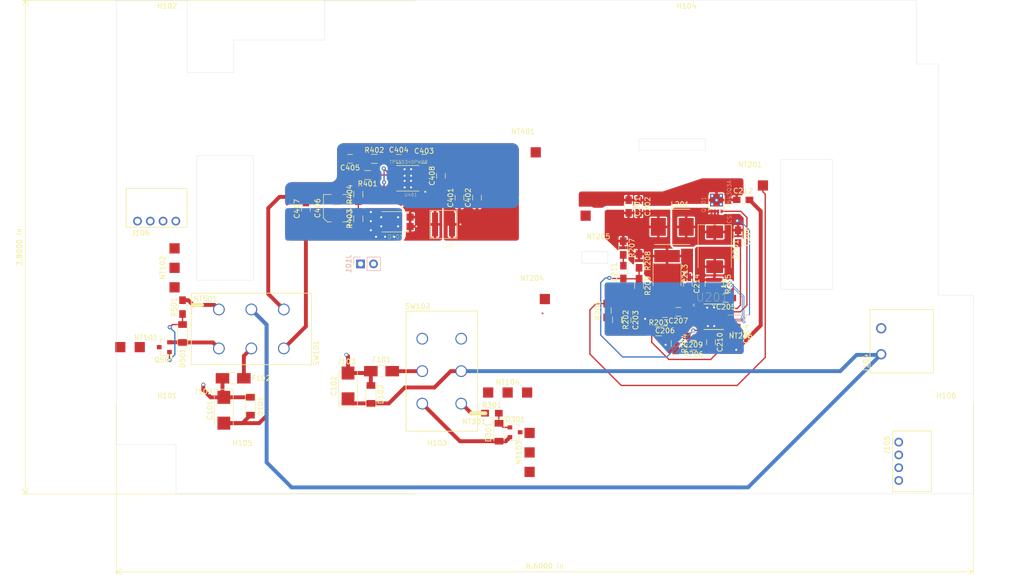
<source format=kicad_pcb>
(kicad_pcb (version 20171130) (host pcbnew "(5.1.0)-1")
  (layers (0 F.Cu signal) (31 B.Cu signal) (34 B.Paste user) (35 F.Paste user) (36 B.SilkS user) (37 F.SilkS user) (38 B.Mask user) (39 F.Mask user) (44 Edge.Cuts user))
  (net 0 "")
  (net 1 GND)
  (net 2 /bias_rail)
  (net 3 /reset_rail)
  (net 4 +5V)
  (net 5 /RESET+)
  (net 6 "/Reset Supply/enable")
  (net 7 "/Reset Supply/dither")
  (net 8 "/Reset Supply/vcc")
  (net 9 "/Reset Supply/ramp")
  (net 10 "/Reset Supply/ss")
  (net 11 "/Reset Supply/bootstrap")
  (net 12 "/Reset Supply/sw_loop")
  (net 13 "/Reset Supply/comp")
  (net 14 "/Reset Supply/fb")
  (net 15 "Net-(C210-Pad2)")
  (net 16 "Net-(C211-Pad2)")
  (net 17 /RESET-)
  (net 18 /BIAS-)
  (net 19 "/Bias Supply/ss")
  (net 20 "/Bias Supply/fb")
  (net 21 "Net-(C405-Pad1)")
  (net 22 "/Bias Supply/comp")
  (net 23 /BIAS+)
  (net 24 "/Reset Supply/shunt+")
  (net 25 /PSU2_CLAMPED+)
  (net 26 "Net-(D301-Pad1)")
  (net 27 "/Bias Supply/sw_loop")
  (net 28 "Net-(D501-Pad2)")
  (net 29 /PSU1_CLAMPED+)
  (net 30 /bias_in)
  (net 31 /reset_in)
  (net 32 /PSU2+)
  (net 33 /PSU_SENSE2+)
  (net 34 /PSU_SENSE2-)
  (net 35 /PSU2-)
  (net 36 /PSU1-)
  (net 37 /PSU_SENSE1-)
  (net 38 /PSU_SENSE1+)
  (net 39 /PSU1+)
  (net 40 /nc2)
  (net 41 /nc1)
  (net 42 "/Bias Clamp/Vin+")
  (net 43 "/Bias Clamp/Vin-")
  (net 44 "/Reset Clamp/Vin+")
  (net 45 "/Reset Clamp/Vin-")
  (net 46 "/Reset Supply/sense+")
  (net 47 "/Reset Supply/sense-")
  (net 48 "/Reset Supply/out_sense")
  (net 49 "/Reset Supply/vin")
  (net 50 /PSU2_CLAMPED-)
  (net 51 "/Bias Supply/vin")
  (net 52 /PSU1_CLAMPED-)
  (net 53 "/Reset Supply/gate_drive")
  (net 54 "/Reset Supply/rt")
  (net 55 "/Bias Supply/freq")
  (net 56 "Net-(U401-Pad6)")
  (net 57 "/Reset Supply/sw_in")
  (module Oddities:NetTie-I_SMD (layer F.Cu) (at 130.302 77.978 180)
    (fp_text reference NT401 (at -0.04064 4.06908 180) (layer F.SilkS))
    (fp_text value Net-Tie_2)
    (pad 2 smd rect (at 2.54 0 180) (size 1.99898 1.99898) (layers F.Cu) (net 18 /BIAS-))
    (pad 1 smd rect (at -2.54 0 180) (size 1.99898 1.99898) (layers F.Cu F.Paste F.Mask) (net 1 GND))
  )
  (module Oddities:NetTie-I_SMD (layer F.Cu) (at 145.1356 90.3732)
    (fp_text reference NT205 (at -0.04064 4.06908) (layer F.SilkS))
    (fp_text value Net-Tie_2)
    (pad 2 smd rect (at 2.54 0) (size 1.99898 1.99898) (layers F.Cu) (net 17 /RESET-))
    (pad 1 smd rect (at -2.54 0) (size 1.99898 1.99898) (layers F.Cu) (net 1 GND))
  )
  (module TPS55340PWPR:SOP65P640X120-15N (layer F.Cu) (at 107.811 83.058 180)
    (fp_text reference U401 (at -0.575332 -3.2116 180) (layer F.SilkS) (effects (font (size 0.641039 0.641039) (thickness 0.05))))
    (fp_text value TPS55340PWPR (at -0.168315 3.19966 180) (layer F.SilkS) (effects (font (size 0.641214 0.641214) (thickness 0.05))))
    (pad 15 smd rect (at 0 0 180) (size 2.46 2.31) (layers F.Cu F.Paste F.Mask) (net 18 /BIAS-))
    (pad 14 smd rect (at 2.87 -1.95 180) (size 1.57 0.41) (layers F.Cu F.Paste F.Mask) (net 18 /BIAS-))
    (pad 13 smd rect (at 2.87 -1.3 180) (size 1.57 0.41) (layers F.Cu F.Paste F.Mask) (net 18 /BIAS-))
    (pad 12 smd rect (at 2.87 -0.65 180) (size 1.57 0.41) (layers F.Cu F.Paste F.Mask) (net 18 /BIAS-))
    (pad 11 smd rect (at 2.87 0 180) (size 1.57 0.41) (layers F.Cu F.Paste F.Mask) (net 18 /BIAS-))
    (pad 10 smd rect (at 2.87 0.65 180) (size 1.57 0.41) (layers F.Cu F.Paste F.Mask) (net 55 "/Bias Supply/freq"))
    (pad 9 smd rect (at 2.87 1.3 180) (size 1.57 0.41) (layers F.Cu F.Paste F.Mask) (net 20 "/Bias Supply/fb"))
    (pad 8 smd rect (at 2.87 1.95 180) (size 1.57 0.41) (layers F.Cu F.Paste F.Mask) (net 22 "/Bias Supply/comp"))
    (pad 7 smd rect (at -2.87 1.95 180) (size 1.57 0.41) (layers F.Cu F.Paste F.Mask) (net 18 /BIAS-))
    (pad 6 smd rect (at -2.87 1.3 180) (size 1.57 0.41) (layers F.Cu F.Paste F.Mask) (net 56 "Net-(U401-Pad6)"))
    (pad 5 smd rect (at -2.87 0.65 180) (size 1.57 0.41) (layers F.Cu F.Paste F.Mask) (net 19 "/Bias Supply/ss"))
    (pad 4 smd rect (at -2.87 0 180) (size 1.57 0.41) (layers F.Cu F.Paste F.Mask) (net 51 "/Bias Supply/vin"))
    (pad 3 smd rect (at -2.87 -0.65 180) (size 1.57 0.41) (layers F.Cu F.Paste F.Mask) (net 51 "/Bias Supply/vin"))
    (pad 2 smd rect (at -2.87 -1.3 180) (size 1.57 0.41) (layers F.Cu F.Paste F.Mask) (net 27 "/Bias Supply/sw_loop"))
    (pad 1 smd rect (at -2.87 -1.95 180) (size 1.57 0.41) (layers F.Cu F.Paste F.Mask) (net 27 "/Bias Supply/sw_loop"))
  )
  (module CSD18543Q3A:SON65P300X315X90-9N (layer F.Cu) (at 168.1988 87.9602 90)
    (fp_text reference Q201 (at -0.218 -2.50802 90) (layer F.SilkS) (effects (font (size 0.800008 0.800008) (thickness 0.05))))
    (fp_text value CSD18543Q3A (at 0.290295 2.49452 90) (layer F.SilkS) (effects (font (size 0.800811 0.800811) (thickness 0.05))))
    (pad 59 smd rect (at 0.645 0 90) (size 2.51 2.55) (layers F.Cu F.Paste F.Mask) (net 4 +5V))
    (pad 4 smd rect (at -1.55 0.975 90) (size 0.7 0.4) (layers F.Cu F.Paste F.Mask) (net 53 "/Reset Supply/gate_drive"))
    (pad 3 smd rect (at -1.55 0.325 90) (size 0.7 0.4) (layers F.Cu F.Paste F.Mask) (net 12 "/Reset Supply/sw_loop"))
    (pad 1 smd rect (at -1.55 -0.975 90) (size 0.7 0.4) (layers F.Cu F.Paste F.Mask) (net 12 "/Reset Supply/sw_loop"))
    (pad 2 smd rect (at -1.55 -0.325 90) (size 0.7 0.4) (layers F.Cu F.Paste F.Mask) (net 12 "/Reset Supply/sw_loop"))
  )
  (module Oddities:NetTie-I_SMD (layer F.Cu) (at 172.974 109.8042)
    (fp_text reference NT206 (at -0.04064 4.06908) (layer F.SilkS))
    (fp_text value Net-Tie_2)
    (pad 2 thru_hole circle (at 1.6764 0) (size 0.2032 0.2032) (drill 0.1016) (layers *.Cu) (net 12 "/Reset Supply/sw_loop"))
    (pad 1 smd rect (at -2.54 0) (size 1.1176 0.3048) (layers F.Cu) (net 57 "/Reset Supply/sw_in") (clearance 0.127))
  )
  (module Resistors_SMD:R_0805_HandSoldering (layer F.Cu) (at 149.9489 96.694 270)
    (fp_text reference R207 (at 0 -1.7 270) (layer F.SilkS))
    (fp_text value 3k4)
    (pad 2 smd rect (at 1.35 0 270) (size 1.5 1.3) (layers F.Cu F.Paste F.Mask) (net 16 "Net-(C211-Pad2)"))
    (pad 1 smd rect (at -1.35 0 270) (size 1.5 1.3) (layers F.Cu F.Paste F.Mask) (net 17 /RESET-))
  )
  (module Capacitors_SMD:C_0805_HandSoldering (layer F.Cu) (at 149.9743 101.3968 90)
    (fp_text reference C211 (at 0 -1.75 90) (layer F.SilkS))
    (fp_text value 130p)
    (pad 2 smd rect (at 1.25 0 90) (size 1.5 1.25) (layers F.Cu F.Paste F.Mask) (net 16 "Net-(C211-Pad2)"))
    (pad 1 smd rect (at -1.25 0 90) (size 1.5 1.25) (layers F.Cu F.Paste F.Mask) (net 14 "/Reset Supply/fb"))
  )
  (module Oddities:NetTie-I_SMD (layer F.Cu) (at 132.08 106.68 180)
    (fp_text reference NT204 (at -0.04064 4.06908 180) (layer F.SilkS))
    (fp_text value Net-Tie_2)
    (pad 2 smd rect (at -2.0828 -2.794 180) (size 0.3048 0.3048) (layers F.Cu) (net 48 "/Reset Supply/out_sense"))
    (pad 1 smd rect (at -2.54 0 180) (size 1.99898 1.99898) (layers F.Cu F.Paste F.Mask) (net 17 /RESET-))
  )
  (module Diodes_SMD:D_SMC (layer F.Cu) (at 167.8432 96.9391 270)
    (fp_text reference D201 (at 0 -4.1 270) (layer F.SilkS))
    (fp_text value SS3H10HE3_B/H)
    (pad 2 smd rect (at 3.4 0) (size 3.3 2.5) (layers F.Cu F.Paste F.Mask) (net 24 "/Reset Supply/shunt+"))
    (pad 1 smd rect (at -3.4 0) (size 3.3 2.5) (layers F.Cu F.Paste F.Mask) (net 12 "/Reset Supply/sw_loop"))
  )
  (module net_ties:NET-TIE-0.3mm (layer F.Cu) (at 169.4521 103.2383 180)
    (fp_text reference NT202 hide)
    (fp_text value Net-Tie_2 hide)
    (pad 2 smd circle (at 0.25 0 180) (size 0.3 0.3) (layers F.Cu) (net 24 "/Reset Supply/shunt+"))
    (pad 1 smd circle (at -0.4739 0 180) (size 0.3 0.3) (layers F.Cu) (net 46 "/Reset Supply/sense+"))
  )
  (module net_ties:NET-TIE-0.3mm (layer F.Cu) (at 169.4561 104.2162 180)
    (fp_text reference NT203 hide)
    (fp_text value Net-Tie_2 hide)
    (pad 2 smd circle (at 0.25 0 180) (size 0.3 0.3) (layers F.Cu) (net 5 /RESET+))
    (pad 1 smd circle (at -0.4699 0 180) (size 0.3 0.3) (layers F.Cu) (net 47 "/Reset Supply/sense-"))
  )
  (module Oddities:NetTie-I_SMD (layer F.Cu) (at 174.7266 84.455 180)
    (fp_text reference NT201 (at -0.04064 4.06908 180) (layer F.SilkS))
    (fp_text value Net-Tie_2)
    (pad 2 smd rect (at 2.54 0 180) (size 1.99898 1.99898) (layers F.Cu) (net 4 +5V))
    (pad 1 smd rect (at -2.54 0 180) (size 1.99898 1.99898) (layers F.Cu F.Paste F.Mask) (net 49 "/Reset Supply/vin"))
  )
  (module Resistors_SMD:R_0612 (layer F.Cu) (at 167.75772 103.72284 270)
    (fp_text reference R205 (at 0 -2.7 270) (layer F.SilkS))
    (fp_text value 10m)
    (pad 2 smd rect (at 0.8 0 270) (size 0.8 3.2) (layers F.Cu F.Paste F.Mask) (net 5 /RESET+))
    (pad 1 smd rect (at -0.8 0 270) (size 0.8 3.2) (layers F.Cu F.Paste F.Mask) (net 24 "/Reset Supply/shunt+"))
  )
  (module d4100_mod_board:WE-LHMI_7030 (layer F.Cu) (at 159.5374 92.5576 180)
    (fp_text reference L201 (at -1.5 4.4 180) (layer F.SilkS))
    (fp_text value 2u2)
    (pad 2 smd rect (at 2.725 0 180) (size 2.95 3.5) (layers F.Cu F.Paste F.Mask) (net 17 /RESET-))
    (pad 1 smd rect (at -2.725 0 180) (size 2.95 3.5) (layers F.Cu F.Paste F.Mask) (net 12 "/Reset Supply/sw_loop"))
  )
  (module Capacitors_SMD:C_2220_HandSoldering (layer F.Cu) (at 158.5214 101.7778 270)
    (fp_text reference C213 (at 0 -3.5 270) (layer F.SilkS))
    (fp_text value 15u)
    (pad 2 smd rect (at 3.5 0 270) (size 2.4 5) (layers F.Cu F.Paste F.Mask) (net 5 /RESET+))
    (pad 1 smd rect (at -3.5 0 270) (size 2.4 5) (layers F.Cu F.Paste F.Mask) (net 17 /RESET-))
  )
  (module Capacitors_SMD:C_0805_HandSoldering (layer F.Cu) (at 151.003 88.5698 270)
    (fp_text reference C201 (at 0 -1.75 270) (layer F.SilkS))
    (fp_text value 820n)
    (pad 2 smd rect (at 1.25 0 270) (size 1.5 1.25) (layers F.Cu F.Paste F.Mask) (net 17 /RESET-))
    (pad 1 smd rect (at -1.25 0 270) (size 1.5 1.25) (layers F.Cu F.Paste F.Mask) (net 4 +5V))
  )
  (module Capacitors_SMD:C_0805_HandSoldering (layer F.Cu) (at 114.3 82.57 90)
    (fp_text reference C408 (at 0 -1.75 90) (layer F.SilkS))
    (fp_text value 100n)
    (pad 2 smd rect (at 1.25 0 90) (size 1.5 1.25) (layers F.Cu F.Paste F.Mask) (net 18 /BIAS-))
    (pad 1 smd rect (at -1.25 0 90) (size 1.5 1.25) (layers F.Cu F.Paste F.Mask) (net 51 "/Bias Supply/vin"))
  )
  (module DIO_PDS360-13:DIO_PDS360-13 (layer F.Cu) (at 105.41 91.567 90)
    (fp_text reference D401 (at -2.921 0 180) (layer F.SilkS) (effects (font (size 0.8 0.8) (thickness 0.05))))
    (fp_text value PDS760-13)
    (pad 2 smd rect (at -0.92 2.856 180) (size 1.4 1.39) (layers F.Cu F.Paste F.Mask) (net 27 "/Bias Supply/sw_loop"))
    (pad 2 smd rect (at 0.92 2.856 180) (size 1.4 1.39) (layers F.Cu F.Paste F.Mask) (net 27 "/Bias Supply/sw_loop"))
    (pad 1 smd rect (at 0 -1.126 180) (size 4.86 3.36) (layers F.Cu F.Paste F.Mask) (net 23 /BIAS+))
  )
  (module XAL5030-332MEB:IND_XAL5030-332MEB (layer F.Cu) (at 114.804 92.075 180)
    (fp_text reference L401 (at -0.9144 -4.2164 180) (layer F.SilkS) (effects (font (size 0.64 0.64) (thickness 0.05))))
    (fp_text value 3u3)
    (pad 2 smd rect (at 1.655 0 270) (size 4.7 1.18) (layers F.Cu F.Paste F.Mask) (net 27 "/Bias Supply/sw_loop"))
    (pad 1 smd rect (at -1.655 0 270) (size 4.7 1.18) (layers F.Cu F.Paste F.Mask) (net 4 +5V))
  )
  (module LM25088MH-1:SOP65P640X110-17N (layer F.Cu) (at 167.64 110.1344)
    (fp_text reference U201 (at -0.30494 -3.81175) (layer F.SilkS) (effects (font (size 1.64076 1.64076) (thickness 0.05))))
    (fp_text value LM25088MH-1)
    (pad 17 smd rect (at 0 0) (size 1.4986 1.7018) (layers F.Cu F.Paste F.Mask) (net 5 /RESET+))
    (pad 16 smd rect (at 2.794 -2.286 180) (size 1.1176 0.3048) (layers F.Cu F.Paste F.Mask) (net 8 "/Reset Supply/vcc") (clearance 0.127))
    (pad 15 smd rect (at 2.794 -1.6256 180) (size 1.1176 0.3048) (layers F.Cu F.Paste F.Mask) (net 11 "/Reset Supply/bootstrap") (clearance 0.127))
    (pad 14 smd rect (at 2.794 -0.9652 180) (size 1.1176 0.3048) (layers F.Cu F.Paste F.Mask) (net 53 "/Reset Supply/gate_drive") (clearance 0.127))
    (pad 13 smd rect (at 2.794 -0.3302 180) (size 1.1176 0.3048) (layers F.Cu F.Paste F.Mask) (net 57 "/Reset Supply/sw_in") (clearance 0.127))
    (pad 12 smd rect (at 2.794 0.3302 180) (size 1.1176 0.3048) (layers F.Cu F.Paste F.Mask) (net 46 "/Reset Supply/sense+") (clearance 0.127))
    (pad 11 smd rect (at 2.794 0.9652 180) (size 1.1176 0.3048) (layers F.Cu F.Paste F.Mask) (net 47 "/Reset Supply/sense-") (clearance 0.127))
    (pad 10 smd rect (at 2.794 1.6256 180) (size 1.1176 0.3048) (layers F.Cu F.Paste F.Mask) (net 7 "/Reset Supply/dither"))
    (pad 9 smd rect (at 2.794 2.286 180) (size 1.1176 0.3048) (layers F.Cu F.Paste F.Mask) (net 48 "/Reset Supply/out_sense"))
    (pad 8 smd rect (at -2.794 2.286) (size 1.1176 0.3048) (layers F.Cu F.Paste F.Mask) (net 14 "/Reset Supply/fb"))
    (pad 7 smd rect (at -2.794 1.6256) (size 1.1176 0.3048) (layers F.Cu F.Paste F.Mask) (net 13 "/Reset Supply/comp"))
    (pad 6 smd rect (at -2.794 0.9652) (size 1.1176 0.3048) (layers F.Cu F.Paste F.Mask) (net 5 /RESET+) (clearance 0.127))
    (pad 5 smd rect (at -2.794 0.3302) (size 1.1176 0.3048) (layers F.Cu F.Paste F.Mask) (net 54 "/Reset Supply/rt"))
    (pad 4 smd rect (at -2.794 -0.3302) (size 1.1176 0.3048) (layers F.Cu F.Paste F.Mask) (net 9 "/Reset Supply/ramp"))
    (pad 3 smd rect (at -2.794 -0.9652) (size 1.1176 0.3048) (layers F.Cu F.Paste F.Mask) (net 10 "/Reset Supply/ss"))
    (pad 2 smd rect (at -2.794 -1.6256) (size 1.1176 0.3048) (layers F.Cu F.Paste F.Mask) (net 6 "/Reset Supply/enable"))
    (pad 1 smd rect (at -2.794 -2.286) (size 1.1176 0.3048) (layers F.Cu F.Paste F.Mask) (net 49 "/Reset Supply/vin"))
  )
  (module Resistors_SMD:R_0805_HandSoldering (layer F.Cu) (at 98.1404 86.1822 90)
    (fp_text reference R404 (at 0 -1.7 90) (layer F.SilkS))
    (fp_text value 10k)
    (pad 2 smd rect (at 1.35 0 90) (size 1.5 1.3) (layers F.Cu F.Paste F.Mask) (net 18 /BIAS-))
    (pad 1 smd rect (at -1.35 0 90) (size 1.5 1.3) (layers F.Cu F.Paste F.Mask) (net 20 "/Bias Supply/fb"))
  )
  (module Resistors_SMD:R_0805_HandSoldering (layer F.Cu) (at 98.1404 90.9792 90)
    (fp_text reference R403 (at 0 -1.7 90) (layer F.SilkS))
    (fp_text value 210k)
    (pad 2 smd rect (at 1.35 0 90) (size 1.5 1.3) (layers F.Cu F.Paste F.Mask) (net 20 "/Bias Supply/fb"))
    (pad 1 smd rect (at -1.35 0 90) (size 1.5 1.3) (layers F.Cu F.Paste F.Mask) (net 23 /BIAS+))
  )
  (module Resistors_SMD:R_0805_HandSoldering (layer F.Cu) (at 101.266 79.248)
    (fp_text reference R402 (at 0 -1.7) (layer F.SilkS))
    (fp_text value R)
    (pad 2 smd rect (at 1.35 0) (size 1.5 1.3) (layers F.Cu F.Paste F.Mask) (net 22 "/Bias Supply/comp"))
    (pad 1 smd rect (at -1.35 0) (size 1.5 1.3) (layers F.Cu F.Paste F.Mask) (net 21 "Net-(C405-Pad1)"))
  )
  (module Resistors_SMD:R_0805_HandSoldering (layer F.Cu) (at 99.956 82.423 180)
    (fp_text reference R401 (at 0 -1.7 180) (layer F.SilkS))
    (fp_text value 38k3)
    (pad 2 smd rect (at 1.35 0 180) (size 1.5 1.3) (layers F.Cu F.Paste F.Mask) (net 18 /BIAS-))
    (pad 1 smd rect (at -1.35 0 180) (size 1.5 1.3) (layers F.Cu F.Paste F.Mask) (net 55 "/Bias Supply/freq"))
  )
  (module Oddities:NetTie-I_SMD (layer F.Cu) (at 116.84 83.82 180)
    (fp_text reference NT402)
    (fp_text value Net-Tie_2)
    (pad 2 smd rect (at 2.54 0 180) (size 1.25 1.5) (layers F.Cu) (net 51 "/Bias Supply/vin"))
    (pad 1 smd rect (at 1.0414 -2.8575 180) (size 1.99898 1.99898) (layers F.Cu) (net 4 +5V))
  )
  (module Capacitors_SMD:CP_Elec_5x5.8 (layer F.Cu) (at 93.98 88.9 90)
    (fp_text reference C406 (at 0 -3.81 90) (layer F.SilkS))
    (fp_text value 10u)
    (fp_text user + (at -3.38 2.35 90) (layer F.SilkS))
    (pad 2 smd rect (at 2.2 0 270) (size 3 1.6) (layers F.Cu F.Paste F.Mask) (net 18 /BIAS-))
    (pad 1 smd rect (at -2.2 0 270) (size 3 1.6) (layers F.Cu F.Paste F.Mask) (net 23 /BIAS+))
  )
  (module Capacitors_SMD:C_0805_HandSoldering (layer F.Cu) (at 96.52 79.248 180)
    (fp_text reference C405 (at 0 -1.75 180) (layer F.SilkS))
    (fp_text value 22n)
    (pad 2 smd rect (at 1.25 0 180) (size 1.5 1.25) (layers F.Cu F.Paste F.Mask) (net 18 /BIAS-))
    (pad 1 smd rect (at -1.25 0 180) (size 1.5 1.25) (layers F.Cu F.Paste F.Mask) (net 21 "Net-(C405-Pad1)"))
  )
  (module Capacitors_SMD:C_0805_HandSoldering (layer F.Cu) (at 106.045 79.248)
    (fp_text reference C404 (at 0 -1.75) (layer F.SilkS))
    (fp_text value 510p)
    (pad 2 smd rect (at 1.25 0) (size 1.5 1.25) (layers F.Cu F.Paste F.Mask) (net 18 /BIAS-))
    (pad 1 smd rect (at -1.25 0) (size 1.5 1.25) (layers F.Cu F.Paste F.Mask) (net 22 "/Bias Supply/comp"))
  )
  (module Capacitors_SMD:C_0805_HandSoldering (layer F.Cu) (at 110.998 79.248 180)
    (fp_text reference C403 (at 0 1.524 180) (layer F.SilkS))
    (fp_text value 22n)
    (pad 2 smd rect (at 1.25 0 180) (size 1.5 1.25) (layers F.Cu F.Paste F.Mask) (net 18 /BIAS-))
    (pad 1 smd rect (at -1.25 0 180) (size 1.5 1.25) (layers F.Cu F.Paste F.Mask) (net 19 "/Bias Supply/ss"))
  )
  (module Capacitors_SMD:C_0805_HandSoldering (layer F.Cu) (at 117.9195 86.8553 90)
    (fp_text reference C401 (at 0 -1.75 90) (layer F.SilkS))
    (fp_text value 10u)
    (pad 2 smd rect (at 1.25 0 90) (size 1.5 1.25) (layers F.Cu F.Paste F.Mask) (net 18 /BIAS-))
    (pad 1 smd rect (at -1.25 0 90) (size 1.5 1.25) (layers F.Cu F.Paste F.Mask) (net 4 +5V))
  )
  (module Mounting_Holes:MountingHole_3.2mm_M3 (layer F.Cu) (at 213.1314 129.7686)
    (fp_text reference H106 (at 0 -4.2) (layer F.SilkS))
    (fp_text value M3)
    (pad 1 np_thru_hole circle (at 0 0) (size 3.2 3.2) (drill 3.2) (layers *.Cu *.Mask))
  )
  (module TO_SOT_Packages_SMD:SOT-23 (layer F.Cu) (at 60.198 116.078 180)
    (fp_text reference Q501 (at 0 -2.5 180) (layer F.SilkS))
    (fp_text value DMP6350S-7)
    (pad 3 smd rect (at 1 0 180) (size 0.9 0.8) (layers F.Cu F.Paste F.Mask) (net 42 "/Bias Clamp/Vin+"))
    (pad 2 smd rect (at -1 0.95 180) (size 0.9 0.8) (layers F.Cu F.Paste F.Mask) (net 29 /PSU1_CLAMPED+))
    (pad 1 smd rect (at -1 -0.95 180) (size 0.9 0.8) (layers F.Cu F.Paste F.Mask) (net 28 "Net-(D501-Pad2)"))
  )
  (module Mounting_Holes:MountingHole_3.2mm_M3 (layer F.Cu) (at 162.3314 53.5686)
    (fp_text reference H104 (at 0 -4.2) (layer F.SilkS))
    (fp_text value M3)
    (pad 1 np_thru_hole circle (at 0 0) (size 3.2 3.2) (drill 3.2) (layers *.Cu *.Mask))
  )
  (module Mounting_Holes:MountingHole_3.2mm_M3 (layer F.Cu) (at 60.7314 53.5686)
    (fp_text reference H102 (at 0 -4.2) (layer F.SilkS))
    (fp_text value M3)
    (pad 1 np_thru_hole circle (at 0 0) (size 3.2 3.2) (drill 3.2) (layers *.Cu *.Mask))
  )
  (module Mounting_Holes:MountingHole_3.2mm_M3 (layer F.Cu) (at 60.7314 129.7686)
    (fp_text reference H101 (at 0 -4.2) (layer F.SilkS))
    (fp_text value M3)
    (pad 1 np_thru_hole circle (at 0 0) (size 3.2 3.2) (drill 3.2) (layers *.Cu *.Mask))
  )
  (module d4100_mod_board:S202031MS02Q (layer F.Cu) (at 114.45494 120.777 180)
    (fp_text reference SW102 (at 4.71424 12.67968 180) (layer F.SilkS))
    (fp_text value SW_DPDT_x2)
    (pad 6 thru_hole circle (at 3.81 6.35 180) (size 2.286 2.286) (drill 1.8542) (layers *.Cu *.Mask) (net 5 /RESET+))
    (pad 3 thru_hole circle (at -3.81 6.35 180) (size 2.286 2.286) (drill 1.8542) (layers *.Cu *.Mask) (net 17 /RESET-))
    (pad 5 thru_hole circle (at 3.81 0 180) (size 2.286 2.286) (drill 1.8542) (layers *.Cu *.Mask) (net 31 /reset_in))
    (pad 2 thru_hole circle (at -3.81 0 180) (size 2.286 2.286) (drill 1.8542) (layers *.Cu *.Mask) (net 1 GND))
    (pad 4 thru_hole circle (at 3.81 -6.35 180) (size 2.286 2.286) (drill 1.8542) (layers *.Cu *.Mask) (net 25 /PSU2_CLAMPED+))
    (pad 1 thru_hole circle (at -3.81 -6.35 180) (size 2.286 2.286) (drill 1.8542) (layers *.Cu *.Mask) (net 50 /PSU2_CLAMPED-))
  )
  (module d4100_mod_board:S202031MS02Q (layer F.Cu) (at 77.216 112.522 270)
    (fp_text reference SW101 (at 4.699 -12.7 270) (layer F.SilkS))
    (fp_text value SW_DPDT_x2)
    (pad 6 thru_hole circle (at 3.81 6.35 270) (size 2.286 2.286) (drill 1.8542) (layers *.Cu *.Mask) (net 29 /PSU1_CLAMPED+))
    (pad 3 thru_hole circle (at -3.81 6.35 270) (size 2.286 2.286) (drill 1.8542) (layers *.Cu *.Mask) (net 52 /PSU1_CLAMPED-))
    (pad 5 thru_hole circle (at 3.81 0 270) (size 2.286 2.286) (drill 1.8542) (layers *.Cu *.Mask) (net 30 /bias_in))
    (pad 2 thru_hole circle (at -3.81 0 270) (size 2.286 2.286) (drill 1.8542) (layers *.Cu *.Mask) (net 1 GND))
    (pad 4 thru_hole circle (at 3.81 -6.35 270) (size 2.286 2.286) (drill 1.8542) (layers *.Cu *.Mask) (net 23 /BIAS+))
    (pad 1 thru_hole circle (at -3.81 -6.35 270) (size 2.286 2.286) (drill 1.8542) (layers *.Cu *.Mask) (net 18 /BIAS-))
  )
  (module Resistors_SMD:R_0805_HandSoldering (layer F.Cu) (at 63.754 108.251 90)
    (fp_text reference R501 (at 0 -1.651 90) (layer F.SilkS))
    (fp_text value R)
    (pad 2 smd rect (at 1.35 0 90) (size 1.5 1.3) (layers F.Cu F.Paste F.Mask) (net 43 "/Bias Clamp/Vin-"))
    (pad 1 smd rect (at -1.35 0 90) (size 1.5 1.3) (layers F.Cu F.Paste F.Mask) (net 28 "Net-(D501-Pad2)"))
  )
  (module Resistors_SMD:R_0805_HandSoldering (layer F.Cu) (at 124.2657 129.00152 180)
    (fp_text reference R301 (at 0.01144 1.55194 180) (layer F.SilkS))
    (fp_text value R)
    (pad 2 smd rect (at 1.35 0 180) (size 1.5 1.3) (layers F.Cu F.Paste F.Mask) (net 45 "/Reset Clamp/Vin-"))
    (pad 1 smd rect (at -1.35 0 180) (size 1.5 1.3) (layers F.Cu F.Paste F.Mask) (net 26 "Net-(D301-Pad1)"))
  )
  (module Resistors_SMD:R_0805_HandSoldering (layer F.Cu) (at 153.0477 104.0638 270)
    (fp_text reference R209 (at 0 -1.7 270) (layer F.SilkS))
    (fp_text value 1k65)
    (pad 2 smd rect (at 1.35 0 270) (size 1.5 1.3) (layers F.Cu F.Paste F.Mask) (net 5 /RESET+))
    (pad 1 smd rect (at -1.35 0 270) (size 1.5 1.3) (layers F.Cu F.Paste F.Mask) (net 14 "/Reset Supply/fb"))
  )
  (module Resistors_SMD:R_0805_HandSoldering (layer F.Cu) (at 153.0477 99.2124 270)
    (fp_text reference R208 (at 0 -1.7 270) (layer F.SilkS))
    (fp_text value 35k7)
    (pad 2 smd rect (at 1.35 0 270) (size 1.5 1.3) (layers F.Cu F.Paste F.Mask) (net 14 "/Reset Supply/fb"))
    (pad 1 smd rect (at -1.35 0 270) (size 1.5 1.3) (layers F.Cu F.Paste F.Mask) (net 17 /RESET-))
  )
  (module Resistors_SMD:R_0805_HandSoldering (layer F.Cu) (at 163.7177 115.7626 180)
    (fp_text reference R206 (at 0 -1.7 180) (layer F.SilkS))
    (fp_text value 36k5)
    (pad 2 smd rect (at 1.35 0 180) (size 1.5 1.3) (layers F.Cu F.Paste F.Mask) (net 13 "/Reset Supply/comp"))
    (pad 1 smd rect (at -1.35 0 180) (size 1.5 1.3) (layers F.Cu F.Paste F.Mask) (net 15 "Net-(C210-Pad2)"))
  )
  (module Resistors_SMD:R_0805_HandSoldering (layer F.Cu) (at 160.2224 115.3688 270)
    (fp_text reference R204 (at 0 -1.7 270) (layer F.SilkS))
    (fp_text value 4k75)
    (pad 2 smd rect (at 1.35 0 270) (size 1.5 1.3) (layers F.Cu F.Paste F.Mask) (net 5 /RESET+))
    (pad 1 smd rect (at -1.35 0 270) (size 1.5 1.3) (layers F.Cu F.Paste F.Mask) (net 54 "/Reset Supply/rt"))
  )
  (module Resistors_SMD:R_0805_HandSoldering (layer F.Cu) (at 156.8666 112.9792)
    (fp_text reference R203 (at 0 -1.7) (layer F.SilkS))
    (fp_text value 41k2)
    (pad 2 smd rect (at 1.35 0) (size 1.5 1.3) (layers F.Cu F.Paste F.Mask) (net 9 "/Reset Supply/ramp"))
    (pad 1 smd rect (at -1.35 0) (size 1.5 1.3) (layers F.Cu F.Paste F.Mask) (net 8 "/Reset Supply/vcc"))
  )
  (module Resistors_SMD:R_0805_HandSoldering (layer F.Cu) (at 148.7424 110.7186 270)
    (fp_text reference R202 (at 0 -1.7 270) (layer F.SilkS))
    (fp_text value 3k57)
    (pad 2 smd rect (at 1.35 0 270) (size 1.5 1.3) (layers F.Cu F.Paste F.Mask) (net 5 /RESET+))
    (pad 1 smd rect (at -1.35 0 270) (size 1.5 1.3) (layers F.Cu F.Paste F.Mask) (net 6 "/Reset Supply/enable"))
  )
  (module Resistors_SMD:R_0805_HandSoldering (layer F.Cu) (at 146.7104 108.9152 270)
    (fp_text reference R201 (at 0 1.7526 270) (layer F.SilkS))
    (fp_text value 10k)
    (pad 2 smd rect (at 1.35 0 270) (size 1.5 1.3) (layers F.Cu F.Paste F.Mask) (net 6 "/Reset Supply/enable"))
    (pad 1 smd rect (at -1.35 0 270) (size 1.5 1.3) (layers F.Cu F.Paste F.Mask) (net 49 "/Reset Supply/vin"))
  )
  (module TO_SOT_Packages_SMD:SOT-23 (layer F.Cu) (at 128.79154 132.7275)
    (fp_text reference Q301 (at 0 -2.5) (layer F.SilkS))
    (fp_text value DMN6140LQ-7)
    (pad 3 smd rect (at 1 0) (size 0.9 0.8) (layers F.Cu F.Paste F.Mask) (net 44 "/Reset Clamp/Vin+"))
    (pad 2 smd rect (at -1 0.95) (size 0.9 0.8) (layers F.Cu F.Paste F.Mask) (net 25 /PSU2_CLAMPED+))
    (pad 1 smd rect (at -1 -0.95) (size 0.9 0.8) (layers F.Cu F.Paste F.Mask) (net 26 "Net-(D301-Pad1)"))
  )
  (module Oddities:NetTie-I_SMD (layer F.Cu) (at 65.024 107.823 180)
    (fp_text reference NT501 (at -3.18516 1.19634 180) (layer F.SilkS))
    (fp_text value Net-Tie_2)
    (pad 2 smd circle (at -0.762 0 180) (size 0.762 0.762) (layers F.Cu) (net 43 "/Bias Clamp/Vin-"))
    (pad 1 smd circle (at -2.54 0 180) (size 0.762 0.762) (layers F.Cu) (net 52 /PSU1_CLAMPED-))
  )
  (module Oddities:NetTie-I_SMD (layer F.Cu) (at 122.7582 129.00152)
    (fp_text reference NT301 (at -1.98374 1.64592) (layer F.SilkS))
    (fp_text value Net-Tie_2)
    (pad 2 smd rect (at 0.15748 -0.00508) (size 1.5 1.3) (layers F.Cu) (net 45 "/Reset Clamp/Vin-"))
    (pad 1 smd circle (at -2.54 0) (size 0.762 0.762) (layers F.Cu) (net 50 /PSU2_CLAMPED-))
  )
  (module Oddities:NetTie-II_SMD (layer F.Cu) (at 127.3429 124.95784)
    (fp_text reference NT104 (at 0.0127 -2.01168) (layer F.SilkS))
    (fp_text value Net-Tie_3)
    (pad 3 smd rect (at 3.81 0) (size 1.99898 1.99898) (layers F.Cu) (net 32 /PSU2+))
    (pad 2 smd rect (at 0 0) (size 1.99898 1.99898) (layers F.Cu) (net 33 /PSU_SENSE2+))
    (pad 1 smd rect (at -3.81 0) (size 1.99898 1.99898) (layers F.Cu) (net 45 "/Reset Clamp/Vin-"))
  )
  (module Oddities:NetTie-II_SMD (layer F.Cu) (at 131.63296 136.67232 270)
    (fp_text reference NT103 (at 0.006111 2.073631 270) (layer F.SilkS))
    (fp_text value Net-Tie_3)
    (pad 3 smd rect (at 3.81 0 270) (size 1.99898 1.99898) (layers F.Cu) (net 35 /PSU2-))
    (pad 2 smd rect (at 0 0 270) (size 1.99898 1.99898) (layers F.Cu) (net 34 /PSU_SENSE2-))
    (pad 1 smd rect (at -3.81 0 270) (size 1.99898 1.99898) (layers F.Cu) (net 44 "/Reset Clamp/Vin+"))
  )
  (module Oddities:NetTie-II_SMD (layer F.Cu) (at 62.19444 100.56876 90)
    (fp_text reference NT102 (at -0.00508 -2.33172 90) (layer F.SilkS))
    (fp_text value Net-Tie_3)
    (pad 3 smd rect (at 3.81 0 90) (size 1.99898 1.99898) (layers F.Cu) (net 36 /PSU1-))
    (pad 2 smd rect (at 0 0 90) (size 1.99898 1.99898) (layers F.Cu) (net 37 /PSU_SENSE1-))
    (pad 1 smd rect (at -3.81 0 90) (size 1.99898 1.99898) (layers F.Cu) (net 43 "/Bias Clamp/Vin-"))
  )
  (module Oddities:NetTie-II_SMD (layer F.Cu) (at 55.38978 116.078 180)
    (fp_text reference NT101 (at -1.1811 1.88468 180) (layer F.SilkS))
    (fp_text value Net-Tie_3)
    (pad 3 smd rect (at 3.81 0 180) (size 1.99898 1.99898) (layers F.Cu) (net 39 /PSU1+))
    (pad 2 smd rect (at 0 0 180) (size 1.99898 1.99898) (layers F.Cu) (net 38 /PSU_SENSE1+))
    (pad 1 smd rect (at -3.81 0 180) (size 0.9 0.8) (layers F.Cu) (net 42 "/Bias Clamp/Vin+"))
  )
  (module Pin_Headers:Pin_Header_Straight_1x02_Pitch2.54mm (layer B.Cu) (at 98.5774 99.7966 270)
    (fp_text reference J101 (at 0 2.33 270) (layer B.SilkS) (effects (justify mirror)))
    (fp_text value Conn_01x02)
    (pad 2 thru_hole oval (at 0 -2.54 270) (size 1.7 1.7) (drill 1) (layers *.Cu *.Mask) (net 40 /nc2))
    (pad 1 thru_hole rect (at 0 0 270) (size 1.7 1.7) (drill 1) (layers *.Cu *.Mask) (net 41 /nc1))
  )
  (module d4100_mod_board:Phoenix_PTSM_0,5_4-HH-2,5-THR (layer F.Cu) (at 57.44718 91.43238 180)
    (fp_text reference J106 (at 1.9 -2.3 180) (layer F.SilkS))
    (fp_text value Conn_01x04_Female)
    (pad 4 thru_hole circle (at 2.5 0 180) (size 1.7 1.7) (drill 1.1) (layers *.Cu *.Mask) (net 39 /PSU1+))
    (pad 3 thru_hole circle (at 0 0 180) (size 1.7 1.7) (drill 1.1) (layers *.Cu *.Mask) (net 38 /PSU_SENSE1+))
    (pad 2 thru_hole circle (at -2.5 0 180) (size 1.7 1.7) (drill 1.1) (layers *.Cu *.Mask) (net 37 /PSU_SENSE1-))
    (pad 1 thru_hole circle (at -5 0 180) (size 1.7 1.7) (drill 1.1) (layers *.Cu *.Mask) (net 36 /PSU1-))
  )
  (module d4100_mod_board:Phoenix_PTSM_0,5_4-HH-2,5-THR (layer F.Cu) (at 203.835 137.16 90)
    (fp_text reference J105 (at 1.9 -2.3 90) (layer F.SilkS))
    (fp_text value Conn_01x04_Female)
    (pad 4 thru_hole circle (at 2.5 0 90) (size 1.7 1.7) (drill 1.1) (layers *.Cu *.Mask) (net 32 /PSU2+))
    (pad 3 thru_hole circle (at 0 0 90) (size 1.7 1.7) (drill 1.1) (layers *.Cu *.Mask) (net 33 /PSU_SENSE2+))
    (pad 2 thru_hole circle (at -2.5 0 90) (size 1.7 1.7) (drill 1.1) (layers *.Cu *.Mask) (net 34 /PSU_SENSE2-))
    (pad 1 thru_hole circle (at -5 0 90) (size 1.7 1.7) (drill 1.1) (layers *.Cu *.Mask) (net 35 /PSU2-))
  )
  (module d4100_mod_board:Phoenix_BCH-508HS-2 (layer F.Cu) (at 200.406 114.935 90)
    (fp_text reference J104 (at -4.3 -3 90) (layer F.SilkS))
    (fp_text value Conn_01x02_Female)
    (pad 2 thru_hole circle (at 2.54 0 90) (size 2 2) (drill 1.4) (layers *.Cu *.Mask) (net 4 +5V))
    (pad 1 thru_hole circle (at -2.54 0 90) (size 2 2) (drill 1.4) (layers *.Cu *.Mask) (net 1 GND))
  )
  (module d4100_mod_board:mill-max_0985-x-15-20-71-14-11-0 (layer F.Cu) (at 95.8088 117.5766)
    (fp_text reference J103 (at 0 1.3335) (layer F.SilkS))
    (fp_text value Pogo_Pin)
    (pad 1 thru_hole circle (at 0 0) (size 0.7366 0.7366) (drill 0.4826) (layers *.Cu *.Mask) (net 3 /reset_rail))
  )
  (module d4100_mod_board:mill-max_0985-x-15-20-71-14-11-0 (layer F.Cu) (at 67.818 123.4186)
    (fp_text reference J102 (at 0 1.3335) (layer F.SilkS))
    (fp_text value Pogo_Pin)
    (pad 1 thru_hole circle (at 0 0) (size 0.7366 0.7366) (drill 0.4826) (layers *.Cu *.Mask) (net 2 /bias_rail))
  )
  (module Mounting_Holes:MountingHole_3.2mm_M3 (layer F.Cu) (at 75.4634 139.0396)
    (fp_text reference H105 (at 0 -4.2) (layer F.SilkS))
    (fp_text value M3)
    (pad 1 np_thru_hole circle (at 0 0) (size 3.2 3.2) (drill 3.2) (layers *.Cu *.Mask))
  )
  (module Mounting_Holes:MountingHole_3.2mm_M3 (layer F.Cu) (at 113.5634 139.0396)
    (fp_text reference H103 (at 0 -4.2) (layer F.SilkS))
    (fp_text value M3)
    (pad 1 np_thru_hole circle (at 0 0) (size 3.2 3.2) (drill 3.2) (layers *.Cu *.Mask))
  )
  (module Fuse_Holders_and_Fuses:Fuse_SMD1206_HandSoldering (layer F.Cu) (at 102.674 120.77954 180)
    (fp_text reference F101 (at -0.01312 2.25552 180) (layer F.SilkS))
    (fp_text value Polyfuse)
    (pad 1 smd rect (at -2.09 0 270) (size 2.03 2.65) (layers F.Cu F.Paste F.Mask) (net 31 /reset_in))
    (pad 2 smd rect (at 2.09 0 270) (size 2.03 2.65) (layers F.Cu F.Paste F.Mask) (net 3 /reset_rail))
  )
  (module Fuse_Holders_and_Fuses:Fuse_SMD1206_HandSoldering (layer F.Cu) (at 73.66 122.174 180)
    (fp_text reference F102 (at -5.44872 -0.00508 180) (layer F.SilkS))
    (fp_text value Polyfuse)
    (pad 2 smd rect (at 2.09 0 270) (size 2.03 2.65) (layers F.Cu F.Paste F.Mask) (net 2 /bias_rail))
    (pad 1 smd rect (at -2.09 0 270) (size 2.03 2.65) (layers F.Cu F.Paste F.Mask) (net 30 /bias_in))
  )
  (module Diodes_SMD:D_MiniMELF (layer F.Cu) (at 63.754 113.411 90)
    (fp_text reference D501 (at -4.826 0 90) (layer F.SilkS))
    (fp_text value ZMM5234B)
    (pad 2 smd rect (at 1.75 0 90) (size 1.3 1.7) (layers F.Cu F.Paste F.Mask) (net 28 "Net-(D501-Pad2)"))
    (pad 1 smd rect (at -1.75 0 90) (size 1.3 1.7) (layers F.Cu F.Paste F.Mask) (net 29 /PSU1_CLAMPED+))
  )
  (module Diodes_SMD:D_MiniMELF (layer F.Cu) (at 125.6538 132.7277 270)
    (fp_text reference D301 (at 0.00762 2.08026 270) (layer F.SilkS))
    (fp_text value ZMM5234B)
    (pad 2 smd rect (at 1.75 0 270) (size 1.3 1.7) (layers F.Cu F.Paste F.Mask) (net 25 /PSU2_CLAMPED+))
    (pad 1 smd rect (at -1.75 0 270) (size 1.3 1.7) (layers F.Cu F.Paste F.Mask) (net 26 "Net-(D301-Pad1)"))
  )
  (module Diodes_SMD:D_MiniMELF (layer F.Cu) (at 100.60178 125.32868 90)
    (fp_text reference D102 (at -0.00508 1.90754 90) (layer F.SilkS))
    (fp_text value BZV55B27)
    (pad 2 smd rect (at 1.75 0 90) (size 1.3 1.7) (layers F.Cu F.Paste F.Mask) (net 3 /reset_rail))
    (pad 1 smd rect (at -1.75 0 90) (size 1.3 1.7) (layers F.Cu F.Paste F.Mask) (net 1 GND))
  )
  (module Diodes_SMD:D_MiniMELF (layer F.Cu) (at 77.0382 127.635 270)
    (fp_text reference D101 (at 0 -2 270) (layer F.SilkS))
    (fp_text value BZV55B27)
    (pad 2 smd rect (at 1.75 0 270) (size 1.3 1.7) (layers F.Cu F.Paste F.Mask) (net 1 GND))
    (pad 1 smd rect (at -1.75 0 270) (size 1.3 1.7) (layers F.Cu F.Paste F.Mask) (net 2 /bias_rail))
  )
  (module Capacitors_SMD:C_0805_HandSoldering (layer F.Cu) (at 87.884 89.027 90)
    (fp_text reference C407 (at 0 -1.75 90) (layer F.SilkS))
    (fp_text value 680n)
    (pad 2 smd rect (at 1.25 0 90) (size 1.5 1.25) (layers F.Cu F.Paste F.Mask) (net 18 /BIAS-))
    (pad 1 smd rect (at -1.25 0 90) (size 1.5 1.25) (layers F.Cu F.Paste F.Mask) (net 23 /BIAS+))
  )
  (module Capacitors_SMD:C_0805_HandSoldering (layer F.Cu) (at 121.3485 86.8553 90)
    (fp_text reference C402 (at 0 -1.75 90) (layer F.SilkS))
    (fp_text value 100n)
    (pad 2 smd rect (at 1.25 0 90) (size 1.5 1.25) (layers F.Cu F.Paste F.Mask) (net 18 /BIAS-))
    (pad 1 smd rect (at -1.25 0 90) (size 1.5 1.25) (layers F.Cu F.Paste F.Mask) (net 4 +5V))
  )
  (module Capacitors_SMD:C_0805_HandSoldering (layer F.Cu) (at 162.5854 103.6828 270)
    (fp_text reference C214 (at 0 -1.75 270) (layer F.SilkS))
    (fp_text value 680n)
    (pad 2 smd rect (at 1.25 0 270) (size 1.5 1.25) (layers F.Cu F.Paste F.Mask) (net 5 /RESET+))
    (pad 1 smd rect (at -1.25 0 270) (size 1.5 1.25) (layers F.Cu F.Paste F.Mask) (net 17 /RESET-))
  )
  (module Capacitors_SMD:C_0805_HandSoldering (layer F.Cu) (at 173.3804 87.2744)
    (fp_text reference C212 (at 0 -1.75) (layer F.SilkS))
    (fp_text value 1u)
    (pad 2 smd rect (at 1.25 0) (size 1.5 1.25) (layers F.Cu F.Paste F.Mask) (net 5 /RESET+))
    (pad 1 smd rect (at -1.25 0) (size 1.5 1.25) (layers F.Cu F.Paste F.Mask) (net 4 +5V))
  )
  (module Capacitors_SMD:C_0805_HandSoldering (layer F.Cu) (at 167.1124 115.1288 270)
    (fp_text reference C210 (at 0 -1.75 270) (layer F.SilkS))
    (fp_text value 150p)
    (pad 2 smd rect (at 1.25 0 270) (size 1.5 1.25) (layers F.Cu F.Paste F.Mask) (net 15 "Net-(C210-Pad2)"))
    (pad 1 smd rect (at -1.25 0 270) (size 1.5 1.25) (layers F.Cu F.Paste F.Mask) (net 14 "/Reset Supply/fb"))
  )
  (module Capacitors_SMD:C_0805_HandSoldering (layer F.Cu) (at 163.6169 113.874 180)
    (fp_text reference C209 (at 0 -1.75 180) (layer F.SilkS))
    (fp_text value 14p)
    (pad 2 smd rect (at 1.25 0 180) (size 1.5 1.25) (layers F.Cu F.Paste F.Mask) (net 13 "/Reset Supply/comp"))
    (pad 1 smd rect (at -1.25 0 180) (size 1.5 1.25) (layers F.Cu F.Paste F.Mask) (net 14 "/Reset Supply/fb"))
  )
  (module Capacitors_SMD:C_0805_HandSoldering (layer F.Cu) (at 172.4152 94.4572 270)
    (fp_text reference C208 (at 0 -1.75 270) (layer F.SilkS))
    (fp_text value 100n)
    (pad 2 smd rect (at 1.25 0 270) (size 1.5 1.25) (layers F.Cu F.Paste F.Mask) (net 11 "/Reset Supply/bootstrap"))
    (pad 1 smd rect (at -1.25 0 270) (size 1.5 1.25) (layers F.Cu F.Paste F.Mask) (net 12 "/Reset Supply/sw_loop"))
  )
  (module Capacitors_SMD:C_0805_HandSoldering (layer F.Cu) (at 160.7124 109.1688 180)
    (fp_text reference C207 (at 0 -1.75 180) (layer F.SilkS))
    (fp_text value 47n)
    (pad 2 smd rect (at 1.25 0 180) (size 1.5 1.25) (layers F.Cu F.Paste F.Mask) (net 5 /RESET+))
    (pad 1 smd rect (at -1.25 0 180) (size 1.5 1.25) (layers F.Cu F.Paste F.Mask) (net 10 "/Reset Supply/ss"))
  )
  (module Capacitors_SMD:C_0805_HandSoldering (layer F.Cu) (at 158.115 111.0996 180)
    (fp_text reference C206 (at 0 -1.75 180) (layer F.SilkS))
    (fp_text value 110p)
    (pad 2 smd rect (at 1.25 0 180) (size 1.5 1.25) (layers F.Cu F.Paste F.Mask) (net 5 /RESET+))
    (pad 1 smd rect (at -1.25 0 180) (size 1.5 1.25) (layers F.Cu F.Paste F.Mask) (net 9 "/Reset Supply/ramp"))
  )
  (module Capacitors_SMD:C_0805_HandSoldering (layer F.Cu) (at 170.0224 106.4688 180)
    (fp_text reference C205 (at 0 -1.75 180) (layer F.SilkS))
    (fp_text value 100n)
    (pad 2 smd rect (at 1.25 0 180) (size 1.5 1.25) (layers F.Cu F.Paste F.Mask) (net 5 /RESET+))
    (pad 1 smd rect (at -1.25 0 180) (size 1.5 1.25) (layers F.Cu F.Paste F.Mask) (net 8 "/Reset Supply/vcc"))
  )
  (module Capacitors_SMD:C_0805_HandSoldering (layer F.Cu) (at 172.2628 113.5126 270)
    (fp_text reference C204 (at 0 -1.75 270) (layer F.SilkS))
    (fp_text value 22n)
    (pad 2 smd rect (at 1.25 0 270) (size 1.5 1.25) (layers F.Cu F.Paste F.Mask) (net 5 /RESET+))
    (pad 1 smd rect (at -1.25 0 270) (size 1.5 1.25) (layers F.Cu F.Paste F.Mask) (net 7 "/Reset Supply/dither"))
  )
  (module Capacitors_SMD:C_0805_HandSoldering (layer F.Cu) (at 150.6185 110.7958 270)
    (fp_text reference C203 (at 0 -1.75 270) (layer F.SilkS))
    (fp_text value 68n)
    (pad 2 smd rect (at 1.25 0 270) (size 1.5 1.25) (layers F.Cu F.Paste F.Mask) (net 5 /RESET+))
    (pad 1 smd rect (at -1.25 0 270) (size 1.5 1.25) (layers F.Cu F.Paste F.Mask) (net 6 "/Reset Supply/enable"))
  )
  (module Capacitors_SMD:C_0805_HandSoldering (layer F.Cu) (at 152.9715 88.5825 270)
    (fp_text reference C202 (at 0 -1.75 270) (layer F.SilkS))
    (fp_text value 100n)
    (pad 2 smd rect (at 1.25 0 270) (size 1.5 1.25) (layers F.Cu F.Paste F.Mask) (net 17 /RESET-))
    (pad 1 smd rect (at -1.25 0 270) (size 1.5 1.25) (layers F.Cu F.Paste F.Mask) (net 4 +5V))
  )
  (module Capacitors_Tantalum_SMD:CP_Tantalum_Case-C_EIA-6032-28_Reflow (layer F.Cu) (at 96.12122 123.66752 90)
    (fp_text reference C102 (at 0 -2.794 90) (layer F.SilkS))
    (fp_text value 4u7)
    (pad 2 smd rect (at 2.525 0 90) (size 2.55 2.5) (layers F.Cu F.Paste F.Mask) (net 3 /reset_rail))
    (pad 1 smd rect (at -2.525 0 90) (size 2.55 2.5) (layers F.Cu F.Paste F.Mask) (net 1 GND))
  )
  (module Capacitors_Tantalum_SMD:CP_Tantalum_Case-C_EIA-6032-28_Reflow (layer F.Cu) (at 71.8312 128.4224 270)
    (fp_text reference C101 (at 0 2.7432 270) (layer F.SilkS))
    (fp_text value 4u7)
    (pad 2 smd rect (at 2.525 0 270) (size 2.55 2.5) (layers F.Cu F.Paste F.Mask) (net 1 GND))
    (pad 1 smd rect (at -2.525 0 270) (size 2.55 2.5) (layers F.Cu F.Paste F.Mask) (net 2 /bias_rail))
  )
  (dimension 96.52 (width 0.12) (layer F.SilkS) (gr_text "3.8000 in" (at 31.75 96.52 270) (layer F.SilkS) (effects (font (size 1 1) (thickness 0.15)))) (feature1 (pts (xy 109.22 144.78) (xy 32.433579 144.78))) (feature2 (pts (xy 109.22 48.26) (xy 32.433579 48.26))) (crossbar (pts (xy 33.02 48.26) (xy 33.02 144.78))) (arrow1a (pts (xy 33.02 144.78) (xy 32.433579 143.653496))) (arrow1b (pts (xy 33.02 144.78) (xy 33.606421 143.653496))) (arrow2a (pts (xy 33.02 48.26) (xy 32.433579 49.386504))) (arrow2b (pts (xy 33.02 48.26) (xy 33.606421 49.386504))))
  (dimension 167.64 (width 0.12) (layer F.SilkS) (gr_text "6.6000 in" (at 134.62 161.29) (layer F.SilkS) (effects (font (size 1 1) (thickness 0.15)))) (feature1 (pts (xy 50.8 127) (xy 50.8 160.606421))) (feature2 (pts (xy 218.44 127) (xy 218.44 160.606421))) (crossbar (pts (xy 218.44 160.02) (xy 50.8 160.02))) (arrow1a (pts (xy 50.8 160.02) (xy 51.926504 159.433579))) (arrow1b (pts (xy 50.8 160.02) (xy 51.926504 160.606421))) (arrow2a (pts (xy 218.44 160.02) (xy 217.313496 159.433579))) (arrow2b (pts (xy 218.44 160.02) (xy 217.313496 160.606421))))
  (gr_line (start 174.6504 109.8042) (end 170.4086 109.8042) (layer B.SilkS) (width 0.12))
  (gr_line (start 169.9324 103.2388) (end 169.2124 103.2388) (layer F.SilkS) (width 0.3))
  (gr_line (start 169.9324 104.2188) (end 169.2124 104.2188) (layer F.SilkS) (width 0.3))
  (gr_line (start 114.3254 83.82) (end 115.7986 86.4108) (layer F.Cu) (width 1.27))
  (gr_line (start 218.44 105.918) (end 218.44 144.78) (layer Edge.Cuts) (width 0.05))
  (gr_line (start 211.582 105.918) (end 218.44 105.918) (layer Edge.Cuts) (width 0.05))
  (gr_line (start 62.484 135.128) (end 50.8 135.128) (layer Edge.Cuts) (width 0.05))
  (gr_line (start 62.484 144.78) (end 62.484 135.128) (layer Edge.Cuts) (width 0.05))
  (gr_line (start 91.567 48.26) (end 207.264 48.26) (layer Edge.Cuts) (width 0.05))
  (gr_line (start 50.8 48.26) (end 64.643 48.26) (layer Edge.Cuts) (width 0.05))
  (gr_line (start 211.582 60.706) (end 211.582 105.918) (layer Edge.Cuts) (width 0.05))
  (gr_line (start 207.264 60.706) (end 207.264 48.26) (layer Edge.Cuts) (width 0.05))
  (gr_line (start 211.582 60.706) (end 207.264 60.706) (layer Edge.Cuts) (width 0.05))
  (gr_line (start 180.721 104.775) (end 180.721 79.375) (layer Edge.Cuts) (width 0.05))
  (gr_line (start 190.881 104.775) (end 180.721 104.775) (layer Edge.Cuts) (width 0.05))
  (gr_line (start 190.881 79.375) (end 190.881 104.775) (layer Edge.Cuts) (width 0.05))
  (gr_line (start 180.721 79.375) (end 190.881 79.375) (layer Edge.Cuts) (width 0.05))
  (gr_line (start 141.859 99.695) (end 141.859 97.409) (layer Edge.Cuts) (width 0.05))
  (gr_line (start 146.939 99.695) (end 141.859 99.695) (layer Edge.Cuts) (width 0.05))
  (gr_line (start 146.939 97.409) (end 146.939 99.695) (layer Edge.Cuts) (width 0.05))
  (gr_line (start 141.859 97.409) (end 146.939 97.409) (layer Edge.Cuts) (width 0.05))
  (gr_line (start 153.035 77.597) (end 153.035 75.311) (layer Edge.Cuts) (width 0.05))
  (gr_line (start 165.989 77.597) (end 153.035 77.597) (layer Edge.Cuts) (width 0.05))
  (gr_line (start 165.989 75.311) (end 165.989 77.597) (layer Edge.Cuts) (width 0.05))
  (gr_line (start 153.035 75.311) (end 165.989 75.311) (layer Edge.Cuts) (width 0.05))
  (gr_line (start 91.567 56.007) (end 91.567 48.26) (layer Edge.Cuts) (width 0.05))
  (gr_line (start 73.787 56.007) (end 91.567 56.007) (layer Edge.Cuts) (width 0.05))
  (gr_line (start 73.787 62.357) (end 73.787 56.007) (layer Edge.Cuts) (width 0.05))
  (gr_line (start 64.643 62.357) (end 73.787 62.357) (layer Edge.Cuts) (width 0.05))
  (gr_line (start 64.643 48.26) (end 64.643 62.357) (layer Edge.Cuts) (width 0.05))
  (gr_line (start 66.548 78.613) (end 66.548 102.997) (layer Edge.Cuts) (width 0.05))
  (gr_line (start 77.597 78.613) (end 66.548 78.613) (layer Edge.Cuts) (width 0.05))
  (gr_line (start 77.597 102.997) (end 77.597 78.613) (layer Edge.Cuts) (width 0.05))
  (gr_line (start 66.548 102.997) (end 77.597 102.997) (layer Edge.Cuts) (width 0.05))
  (gr_line (start 120.2182 129.00406) (end 122.9868 129.00406) (layer F.SilkS) (width 0.762))
  (gr_line (start 67.564 107.823) (end 65.786 107.823) (layer F.SilkS) (width 0.762))
  (gr_line (start 50.8 48.26) (end 50.8 135.128) (layer Edge.Cuts) (width 0.05))
  (gr_line (start 62.484 144.78) (end 218.44 144.78) (layer Edge.Cuts) (width 0.05))
  (via (at 102.616 92.456) (size 0.8) (drill 0.4) (layers F.Cu B.Cu) (net 23))
  (via (at 105.918 92.456) (size 0.8) (drill 0.4) (layers F.Cu B.Cu) (net 23))
  (via (at 105.918 90.678) (size 0.8) (drill 0.4) (layers F.Cu B.Cu) (net 23))
  (via (at 102.616 90.678) (size 0.8) (drill 0.4) (layers F.Cu B.Cu) (net 23))
  (segment (start 75.4758 130.9474) (end 77.0382 129.385) (width 0.762) (layer F.Cu) (net 1))
  (segment (start 71.8312 130.9474) (end 75.4758 130.9474) (width 0.762) (layer F.Cu) (net 1))
  (segment (start 78.358999 109.854999) (end 77.216 108.712) (width 0.762) (layer F.Cu) (net 1))
  (segment (start 80.20304 111.69904) (end 78.358999 109.854999) (width 0.762) (layer F.Cu) (net 1))
  (segment (start 80.20304 129.48666) (end 80.20304 111.69904) (width 0.762) (layer F.Cu) (net 1))
  (segment (start 71.8312 130.9474) (end 78.7423 130.9474) (width 0.762) (layer F.Cu) (net 1))
  (segment (start 78.7423 130.9474) (end 80.20304 129.48666) (width 0.762) (layer F.Cu) (net 1))
  (segment (start 97.00738 127.07868) (end 96.12122 126.19252) (width 0.762) (layer F.Cu) (net 1))
  (segment (start 100.60178 127.07868) (end 97.00738 127.07868) (width 0.762) (layer F.Cu) (net 1))
  (segment (start 116.21715 120.777) (end 118.26494 120.777) (width 0.762) (layer F.Cu) (net 1))
  (segment (start 113.031989 123.96216) (end 116.21715 120.777) (width 0.762) (layer F.Cu) (net 1))
  (segment (start 107.23372 123.96216) (end 113.031989 123.96216) (width 0.762) (layer F.Cu) (net 1))
  (segment (start 100.60178 127.07868) (end 104.1172 127.07868) (width 0.762) (layer F.Cu) (net 1))
  (segment (start 104.1172 127.07868) (end 107.23372 123.96216) (width 0.762) (layer F.Cu) (net 1))
  (segment (start 174.371 143.51) (end 200.406 117.475) (width 0.762) (layer B.Cu) (net 1))
  (segment (start 85.09 143.51) (end 174.371 143.51) (width 0.762) (layer B.Cu) (net 1))
  (segment (start 80.20304 138.62304) (end 85.09 143.51) (width 0.762) (layer B.Cu) (net 1))
  (segment (start 77.216 108.712) (end 80.20304 111.69904) (width 0.762) (layer B.Cu) (net 1))
  (segment (start 80.20304 111.69904) (end 80.20304 138.62304) (width 0.762) (layer B.Cu) (net 1))
  (segment (start 200.279 117.602) (end 200.406 117.475) (width 0.762) (layer B.Cu) (net 1))
  (segment (start 195.58 117.602) (end 200.279 117.602) (width 0.762) (layer B.Cu) (net 1))
  (segment (start 118.26494 120.777) (end 192.405 120.777) (width 0.762) (layer B.Cu) (net 1))
  (segment (start 192.405 120.777) (end 195.58 117.602) (width 0.762) (layer B.Cu) (net 1))
  (segment (start 71.8312 125.8974) (end 69.2554 125.8974) (width 0.762) (layer F.Cu) (net 2))
  (segment (start 67.818 124.46) (end 67.818 123.4186) (width 0.762) (layer F.Cu) (net 2))
  (segment (start 69.2554 125.8974) (end 67.818 124.46) (width 0.762) (layer F.Cu) (net 2))
  (segment (start 71.8436 125.885) (end 71.8312 125.8974) (width 0.762) (layer F.Cu) (net 2))
  (segment (start 77.0382 125.885) (end 71.8436 125.885) (width 0.762) (layer F.Cu) (net 2))
  (segment (start 71.57 125.6362) (end 71.8312 125.8974) (width 0.762) (layer F.Cu) (net 2))
  (segment (start 71.57 122.174) (end 71.57 125.6362) (width 0.762) (layer F.Cu) (net 2))
  (segment (start 100.584 123.5609) (end 100.60178 123.57868) (width 0.762) (layer F.Cu) (net 3))
  (segment (start 100.584 120.77954) (end 100.584 123.5609) (width 0.762) (layer F.Cu) (net 3))
  (segment (start 100.22102 121.14252) (end 100.584 120.77954) (width 0.762) (layer F.Cu) (net 3))
  (segment (start 96.12122 121.14252) (end 100.22102 121.14252) (width 0.762) (layer F.Cu) (net 3))
  (segment (start 96.12122 117.88902) (end 95.8088 117.5766) (width 0.762) (layer F.Cu) (net 3))
  (segment (start 96.12122 121.14252) (end 96.12122 117.88902) (width 0.762) (layer F.Cu) (net 3))
  (segment (start 121.3485 88.1053) (end 117.6855 88.1053) (width 0.762) (layer F.Cu) (net 4))
  (segment (start 116.459 88.963) (end 116.0399 88.5439) (width 0.762) (layer F.Cu) (net 4))
  (segment (start 116.459 92.075) (end 116.459 88.963) (width 0.762) (layer F.Cu) (net 4))
  (segment (start 116.0399 88.5439) (end 116.0399 87.880658) (width 0.762) (layer F.Cu) (net 4))
  (segment (start 115.7986 91.4146) (end 116.459 92.075) (width 0.762) (layer F.Cu) (net 4))
  (segment (start 115.7986 86.6775) (end 115.7986 91.4146) (width 0.762) (layer F.Cu) (net 4))
  (segment (start 83.566 108.712) (end 83.566 108.458) (width 0.762) (layer F.Cu) (net 18))
  (segment (start 107.295 79.248) (end 109.748 79.248) (width 0.762) (layer F.Cu) (net 18))
  (via (at 107.188 81.28) (size 0.8) (drill 0.4) (layers F.Cu B.Cu) (net 18))
  (via (at 108.458 81.28) (size 0.8) (drill 0.4) (layers F.Cu B.Cu) (net 18))
  (via (at 107.188 84.836) (size 0.8) (drill 0.4) (layers F.Cu B.Cu) (net 18))
  (via (at 108.458 84.836) (size 0.8) (drill 0.4) (layers F.Cu B.Cu) (net 18))
  (via (at 168.1988 87.3252) (size 0.8) (drill 0.4) (layers F.Cu B.Cu) (net 4))
  (via (at 167.3352 88.138) (size 0.8) (drill 0.4) (layers F.Cu B.Cu) (net 4))
  (via (at 169.0624 88.138) (size 0.8) (drill 0.4) (layers F.Cu B.Cu) (net 4))
  (via (at 167.3352 86.487) (size 0.8) (drill 0.4) (layers F.Cu B.Cu) (net 4))
  (via (at 169.0624 86.487) (size 0.8) (drill 0.4) (layers F.Cu B.Cu) (net 4))
  (via (at 172.0596 116.6114) (size 0.8) (drill 0.4) (layers F.Cu B.Cu) (net 5))
  (segment (start 172.2628 114.7626) (end 172.2628 116.4082) (width 0.762) (layer F.Cu) (net 5))
  (segment (start 172.2628 116.4082) (end 172.0596 116.6114) (width 0.762) (layer F.Cu) (net 5))
  (via (at 154.2288 110.5408) (size 0.8) (drill 0.4) (layers F.Cu B.Cu) (net 5))
  (segment (start 159.4624 109.1688) (end 155.6008 109.1688) (width 0.762) (layer F.Cu) (net 5))
  (segment (start 155.6008 109.1688) (end 154.2288 110.5408) (width 0.762) (layer F.Cu) (net 5))
  (segment (start 154.7876 111.0996) (end 154.2288 110.5408) (width 0.762) (layer F.Cu) (net 5))
  (segment (start 156.865 111.0996) (end 154.7876 111.0996) (width 0.762) (layer F.Cu) (net 5))
  (segment (start 150.5957 112.0686) (end 150.6185 112.0458) (width 0.762) (layer F.Cu) (net 5))
  (segment (start 148.7424 112.0686) (end 150.5957 112.0686) (width 0.762) (layer F.Cu) (net 5))
  (segment (start 152.7238 112.0458) (end 154.2288 110.5408) (width 0.762) (layer F.Cu) (net 5))
  (segment (start 150.6185 112.0458) (end 152.7238 112.0458) (width 0.762) (layer F.Cu) (net 5))
  (via (at 158.242 115.6208) (size 0.8) (drill 0.4) (layers F.Cu B.Cu) (net 5))
  (segment (start 160.2224 116.7188) (end 159.34 116.7188) (width 0.762) (layer F.Cu) (net 5))
  (segment (start 159.34 116.7188) (end 158.242 115.6208) (width 0.762) (layer F.Cu) (net 5))
  (segment (start 176.8348 111.8362) (end 172.0596 116.6114) (width 0.762) (layer F.Cu) (net 5))
  (segment (start 174.6304 87.2744) (end 176.8348 89.4788) (width 0.762) (layer F.Cu) (net 5))
  (segment (start 176.8348 89.4788) (end 176.8348 111.8362) (width 0.762) (layer F.Cu) (net 5))
  (via (at 167.7416 111.9632) (size 0.8) (drill 0.4) (layers F.Cu B.Cu) (net 5))
  (via (at 166.497 111.9632) (size 0.8) (drill 0.4) (layers F.Cu B.Cu) (net 5))
  (via (at 166.37 108.3564) (size 0.8) (drill 0.4) (layers F.Cu B.Cu) (net 5))
  (via (at 167.7162 108.3056) (size 0.8) (drill 0.4) (layers F.Cu B.Cu) (net 5))
  (segment (start 164.0332 108.5088) (end 164.846 108.5088) (width 0.254) (layer F.Cu) (net 6))
  (segment (start 163.5506 108.0262) (end 164.0332 108.5088) (width 0.254) (layer F.Cu) (net 6))
  (segment (start 153.0171 108.0262) (end 163.5506 108.0262) (width 0.254) (layer F.Cu) (net 6))
  (segment (start 150.6185 109.5458) (end 151.4975 109.5458) (width 0.254) (layer F.Cu) (net 6))
  (segment (start 151.4975 109.5458) (end 153.0171 108.0262) (width 0.254) (layer F.Cu) (net 6))
  (segment (start 148.9196 109.5458) (end 148.7424 109.3686) (width 0.254) (layer F.Cu) (net 6))
  (segment (start 147.4298 109.5458) (end 146.7104 110.2652) (width 0.254) (layer F.Cu) (net 6))
  (segment (start 150.6185 109.5458) (end 147.4298 109.5458) (width 0.254) (layer F.Cu) (net 6))
  (segment (start 171.7602 111.76) (end 170.434 111.76) (width 0.254) (layer F.Cu) (net 7))
  (segment (start 172.2628 112.2626) (end 171.7602 111.76) (width 0.254) (layer F.Cu) (net 7))
  (segment (start 171.2724 107.01) (end 170.434 107.8484) (width 0.254) (layer F.Cu) (net 8))
  (segment (start 171.2724 106.4688) (end 171.2724 107.01) (width 0.254) (layer F.Cu) (net 8))
  (segment (start 171.2724 106.4688) (end 171.1474 106.4688) (width 0.254) (layer F.Cu) (net 8))
  (segment (start 155.5166 115.1306) (end 155.5166 113.8832) (width 0.254) (layer F.Cu) (net 8))
  (segment (start 169.6212 107.8484) (end 168.897301 108.572299) (width 0.254) (layer F.Cu) (net 8))
  (segment (start 170.434 107.8484) (end 169.6212 107.8484) (width 0.254) (layer F.Cu) (net 8))
  (segment (start 168.897301 108.572299) (end 168.897301 116.654701) (width 0.254) (layer F.Cu) (net 8))
  (segment (start 155.5166 113.8832) (end 155.5166 112.9792) (width 0.254) (layer F.Cu) (net 8))
  (segment (start 168.897301 116.654701) (end 167.061002 118.491) (width 0.254) (layer F.Cu) (net 8))
  (segment (start 167.061002 118.491) (end 158.877 118.491) (width 0.254) (layer F.Cu) (net 8))
  (segment (start 158.877 118.491) (end 155.5166 115.1306) (width 0.254) (layer F.Cu) (net 8))
  (segment (start 160.369 111.0996) (end 159.365 111.0996) (width 0.254) (layer F.Cu) (net 9))
  (segment (start 162.092402 111.0996) (end 160.369 111.0996) (width 0.254) (layer F.Cu) (net 9))
  (segment (start 164.846 109.8042) (end 163.387802 109.8042) (width 0.254) (layer F.Cu) (net 9))
  (segment (start 163.387802 109.8042) (end 162.092402 111.0996) (width 0.254) (layer F.Cu) (net 9))
  (segment (start 158.2166 112.248) (end 159.365 111.0996) (width 0.254) (layer F.Cu) (net 9))
  (segment (start 158.2166 112.9792) (end 158.2166 112.248) (width 0.254) (layer F.Cu) (net 9))
  (segment (start 164.8456 109.1688) (end 164.846 109.1692) (width 0.254) (layer F.Cu) (net 10))
  (segment (start 161.9624 109.1688) (end 164.8456 109.1688) (width 0.254) (layer F.Cu) (net 10))
  (segment (start 172.4152 95.7072) (end 172.4152 96.1136) (width 0.254) (layer F.Cu) (net 11))
  (segment (start 172.8724 96.1644) (end 172.4152 95.7072) (width 0.254) (layer F.Cu) (net 11))
  (segment (start 172.8724 107.8738) (end 172.8724 96.1644) (width 0.254) (layer F.Cu) (net 11))
  (segment (start 170.434 108.5088) (end 172.2374 108.5088) (width 0.254) (layer F.Cu) (net 11))
  (segment (start 172.2374 108.5088) (end 172.8724 107.8738) (width 0.254) (layer F.Cu) (net 11))
  (via (at 172.2374 91.3638) (size 0.8) (drill 0.4) (layers F.Cu B.Cu) (net 12))
  (segment (start 174.6504 93.211115) (end 174.6504 109.8042) (width 0.2032) (layer B.Cu) (net 12))
  (segment (start 172.2374 91.3638) (end 172.803085 91.3638) (width 0.2032) (layer B.Cu) (net 12))
  (segment (start 172.803085 91.3638) (end 174.6504 93.211115) (width 0.2032) (layer B.Cu) (net 12))
  (segment (start 162.3677 113.8748) (end 162.3669 113.874) (width 0.254) (layer F.Cu) (net 13))
  (segment (start 162.3677 115.7626) (end 162.3677 113.8748) (width 0.254) (layer F.Cu) (net 13))
  (segment (start 164.0332 111.76) (end 164.846 111.76) (width 0.254) (layer F.Cu) (net 13))
  (segment (start 163.6019 111.76) (end 164.0332 111.76) (width 0.254) (layer F.Cu) (net 13))
  (segment (start 162.3669 113.874) (end 162.3669 112.995) (width 0.254) (layer F.Cu) (net 13))
  (segment (start 162.3669 112.995) (end 163.6019 111.76) (width 0.254) (layer F.Cu) (net 13))
  (segment (start 164.8717 113.8788) (end 164.8669 113.874) (width 0.254) (layer F.Cu) (net 14))
  (segment (start 167.1124 113.8788) (end 164.8717 113.8788) (width 0.254) (layer F.Cu) (net 14))
  (segment (start 164.846 113.8531) (end 164.8669 113.874) (width 0.254) (layer F.Cu) (net 14))
  (segment (start 164.846 112.4204) (end 164.846 113.8531) (width 0.254) (layer F.Cu) (net 14))
  (segment (start 153.0477 100.5624) (end 153.0477 102.7138) (width 0.254) (layer F.Cu) (net 14))
  (segment (start 153.0477 102.8138) (end 153.0477 102.7138) (width 0.254) (layer F.Cu) (net 14))
  (segment (start 150.0413 102.7138) (end 149.9743 102.6468) (width 0.254) (layer F.Cu) (net 14))
  (segment (start 153.0477 102.7138) (end 150.0413 102.7138) (width 0.254) (layer F.Cu) (net 14))
  (via (at 147.2438 102.5398) (size 0.8) (drill 0.4) (layers F.Cu B.Cu) (net 14))
  (segment (start 149.9743 102.6468) (end 147.3508 102.6468) (width 0.254) (layer F.Cu) (net 14))
  (segment (start 147.3508 102.6468) (end 147.2438 102.5398) (width 0.254) (layer F.Cu) (net 14))
  (via (at 163.645901 112.820501) (size 0.8) (drill 0.4) (layers F.Cu B.Cu) (net 14))
  (segment (start 164.445899 112.820501) (end 164.846 112.4204) (width 0.254) (layer F.Cu) (net 14))
  (segment (start 163.645901 112.820501) (end 164.445899 112.820501) (width 0.254) (layer F.Cu) (net 14))
  (segment (start 158.458002 118.0084) (end 163.645901 112.820501) (width 0.254) (layer B.Cu) (net 14))
  (segment (start 149.8346 118.0084) (end 158.458002 118.0084) (width 0.254) (layer B.Cu) (net 14))
  (segment (start 145.542 113.7158) (end 149.8346 118.0084) (width 0.254) (layer B.Cu) (net 14))
  (segment (start 145.542 103.4542) (end 145.542 113.7158) (width 0.254) (layer B.Cu) (net 14))
  (segment (start 147.2438 102.5398) (end 146.4564 102.5398) (width 0.254) (layer B.Cu) (net 14))
  (segment (start 146.4564 102.5398) (end 145.542 103.4542) (width 0.254) (layer B.Cu) (net 14))
  (segment (start 165.6839 116.3788) (end 165.0677 115.7626) (width 0.254) (layer F.Cu) (net 15))
  (segment (start 167.1124 116.3788) (end 165.6839 116.3788) (width 0.254) (layer F.Cu) (net 15))
  (segment (start 149.9743 98.0694) (end 149.9489 98.044) (width 0.254) (layer F.Cu) (net 16))
  (segment (start 149.9743 100.1468) (end 149.9743 98.0694) (width 0.254) (layer F.Cu) (net 16))
  (segment (start 104.941 83.708) (end 104.941 85.5844) (width 0.762) (layer F.Cu) (net 18))
  (via (at 108.458 83.566) (size 0.8) (drill 0.4) (layers F.Cu B.Cu) (net 18))
  (via (at 107.188 83.566) (size 0.8) (drill 0.4) (layers F.Cu B.Cu) (net 18))
  (via (at 107.188 82.55) (size 0.8) (drill 0.4) (layers F.Cu B.Cu) (net 18))
  (via (at 108.458 82.55) (size 0.8) (drill 0.4) (layers F.Cu B.Cu) (net 18))
  (segment (start 80.518 105.664) (end 83.566 108.712) (width 0.762) (layer F.Cu) (net 18))
  (segment (start 88.986 86.7) (end 87.884 85.598) (width 0.762) (layer F.Cu) (net 18))
  (segment (start 93.98 86.7) (end 88.986 86.7) (width 0.762) (layer F.Cu) (net 18))
  (segment (start 87.884 85.598) (end 86.782 86.7) (width 0.762) (layer F.Cu) (net 18))
  (segment (start 86.782 86.7) (end 82.718 86.7) (width 0.762) (layer F.Cu) (net 18))
  (segment (start 82.718 86.7) (end 80.518 88.9) (width 0.762) (layer F.Cu) (net 18))
  (segment (start 80.518 88.9) (end 80.518 105.664) (width 0.762) (layer F.Cu) (net 18))
  (segment (start 112.248 80.127) (end 112.248 79.248) (width 0.254) (layer F.Cu) (net 19))
  (segment (start 112.248 81.866802) (end 112.248 80.127) (width 0.254) (layer F.Cu) (net 19))
  (segment (start 110.681 82.408) (end 111.706802 82.408) (width 0.254) (layer F.Cu) (net 19))
  (segment (start 111.706802 82.408) (end 112.248 81.866802) (width 0.254) (layer F.Cu) (net 19))
  (segment (start 98.1404 87.5322) (end 98.1404 89.6292) (width 0.254) (layer F.Cu) (net 20))
  (via (at 103.1748 83.8454) (size 0.8) (drill 0.4) (layers F.Cu B.Cu) (net 20))
  (via (at 103.0986 81.1276) (size 0.8) (drill 0.4) (layers F.Cu B.Cu) (net 20))
  (segment (start 103.1748 83.8454) (end 103.1748 81.2038) (width 0.254) (layer B.Cu) (net 20))
  (segment (start 103.1748 81.2038) (end 103.0986 81.1276) (width 0.254) (layer B.Cu) (net 20))
  (segment (start 104.941 81.758) (end 103.729 81.758) (width 0.254) (layer F.Cu) (net 20))
  (segment (start 103.729 81.758) (end 103.498599 81.527599) (width 0.254) (layer F.Cu) (net 20))
  (segment (start 103.498599 81.527599) (end 103.0986 81.1276) (width 0.254) (layer F.Cu) (net 20))
  (segment (start 103.1748 84.5058) (end 103.1748 83.8454) (width 0.254) (layer F.Cu) (net 20))
  (segment (start 100.3516 87.329) (end 103.1748 84.5058) (width 0.254) (layer F.Cu) (net 20))
  (segment (start 100.1484 87.5322) (end 100.3516 87.329) (width 0.254) (layer F.Cu) (net 20))
  (segment (start 98.1404 87.5322) (end 100.1484 87.5322) (width 0.254) (layer F.Cu) (net 20))
  (segment (start 97.77 79.248) (end 99.916 79.248) (width 0.254) (layer F.Cu) (net 21))
  (segment (start 104.941 79.394) (end 104.795 79.248) (width 0.254) (layer F.Cu) (net 22))
  (segment (start 104.941 81.108) (end 104.941 79.394) (width 0.254) (layer F.Cu) (net 22))
  (segment (start 102.616 79.248) (end 104.795 79.248) (width 0.254) (layer F.Cu) (net 22))
  (segment (start 87.884 112.014) (end 83.566 116.332) (width 0.762) (layer F.Cu) (net 23))
  (segment (start 87.884 90.277) (end 87.884 112.014) (width 0.762) (layer F.Cu) (net 23))
  (via (at 105.156 94.488) (size 0.8) (drill 0.4) (layers F.Cu B.Cu) (net 23))
  (via (at 103.378 94.488) (size 0.8) (drill 0.4) (layers F.Cu B.Cu) (net 23))
  (via (at 101.6 94.488) (size 0.8) (drill 0.4) (layers F.Cu B.Cu) (net 23))
  (via (at 100.584 93.218) (size 0.8) (drill 0.4) (layers F.Cu B.Cu) (net 23))
  (via (at 100.584 91.44) (size 0.8) (drill 0.4) (layers F.Cu B.Cu) (net 23))
  (via (at 100.584 89.662) (size 0.8) (drill 0.4) (layers F.Cu B.Cu) (net 23))
  (segment (start 126.99134 134.4777) (end 127.79154 133.6775) (width 0.762) (layer F.Cu) (net 25))
  (segment (start 125.6538 134.4777) (end 126.99134 134.4777) (width 0.762) (layer F.Cu) (net 25))
  (segment (start 117.99564 134.4777) (end 125.6538 134.4777) (width 0.762) (layer F.Cu) (net 25))
  (segment (start 110.64494 127.127) (end 117.99564 134.4777) (width 0.762) (layer F.Cu) (net 25))
  (segment (start 125.6157 130.9396) (end 125.6538 130.9777) (width 0.254) (layer F.Cu) (net 26))
  (segment (start 125.6157 129.00152) (end 125.6157 130.9396) (width 0.254) (layer F.Cu) (net 26))
  (segment (start 126.4536 131.7775) (end 125.6538 130.9777) (width 0.254) (layer F.Cu) (net 26))
  (segment (start 127.79154 131.7775) (end 126.4536 131.7775) (width 0.254) (layer F.Cu) (net 26))
  (segment (start 110.681 85.008) (end 110.681 86.043) (width 0.762) (layer F.Cu) (net 27))
  (segment (start 110.681 86.043) (end 110.681 84.675001) (width 0.762) (layer F.Cu) (net 27))
  (segment (start 63.754 109.601) (end 63.754 111.661) (width 0.254) (layer F.Cu) (net 28))
  (via (at 61.2394 118.57228) (size 0.8) (drill 0.4) (layers F.Cu B.Cu) (net 28))
  (segment (start 61.198 117.028) (end 61.198 118.53088) (width 0.254) (layer F.Cu) (net 28))
  (segment (start 61.198 118.53088) (end 61.2394 118.57228) (width 0.254) (layer F.Cu) (net 28))
  (via (at 61.25464 112.18672) (size 0.8) (drill 0.4) (layers F.Cu B.Cu) (net 28))
  (segment (start 61.78036 111.661) (end 63.754 111.661) (width 0.254) (layer F.Cu) (net 28))
  (segment (start 61.25464 112.18672) (end 61.78036 111.661) (width 0.254) (layer F.Cu) (net 28))
  (segment (start 62.25286 113.18494) (end 61.25464 112.18672) (width 0.254) (layer B.Cu) (net 28))
  (segment (start 61.2394 118.57228) (end 62.25286 117.55882) (width 0.254) (layer B.Cu) (net 28))
  (segment (start 62.25286 117.55882) (end 62.25286 113.18494) (width 0.254) (layer B.Cu) (net 28))
  (segment (start 63.721 115.128) (end 63.754 115.161) (width 0.762) (layer F.Cu) (net 29))
  (segment (start 61.198 115.128) (end 63.721 115.128) (width 0.762) (layer F.Cu) (net 29))
  (segment (start 69.695 115.161) (end 70.866 116.332) (width 0.762) (layer F.Cu) (net 29))
  (segment (start 63.754 115.161) (end 69.695 115.161) (width 0.762) (layer F.Cu) (net 29))
  (segment (start 75.75 117.798) (end 77.216 116.332) (width 0.762) (layer F.Cu) (net 30))
  (segment (start 75.75 122.174) (end 75.75 117.798) (width 0.762) (layer F.Cu) (net 30))
  (segment (start 110.6424 120.77954) (end 110.64494 120.777) (width 0.762) (layer F.Cu) (net 31))
  (segment (start 104.764 120.77954) (end 110.6424 120.77954) (width 0.762) (layer F.Cu) (net 31))
  (segment (start 64.864 106.901) (end 65.786 107.823) (width 0.762) (layer F.Cu) (net 43))
  (segment (start 63.754 106.901) (end 64.864 106.901) (width 0.762) (layer F.Cu) (net 43))
  (via (at 170.830393 103.38435) (size 0.508) (drill 0.254) (layers F.Cu B.Cu) (net 46))
  (segment (start 170.2562 103.5685) (end 170.646243 103.5685) (width 0.1397) (layer F.Cu) (net 46))
  (segment (start 169.926 103.2383) (end 170.2562 103.5685) (width 0.1397) (layer F.Cu) (net 46))
  (segment (start 170.646243 103.5685) (end 170.830393 103.38435) (width 0.1397) (layer F.Cu) (net 46))
  (via (at 173.5624 110.4392) (size 0.508) (drill 0.254) (layers F.Cu B.Cu) (net 46))
  (segment (start 170.434 110.4646) (end 171.272201 110.4646) (width 0.1397) (layer F.Cu) (net 46))
  (segment (start 171.272201 110.4646) (end 171.430951 110.62335) (width 0.1397) (layer F.Cu) (net 46))
  (segment (start 171.430951 110.62335) (end 173.37825 110.62335) (width 0.1397) (layer F.Cu) (net 46))
  (segment (start 173.37825 110.62335) (end 173.5624 110.4392) (width 0.1397) (layer F.Cu) (net 46))
  (segment (start 173.5624 106.116357) (end 171.354244 103.908201) (width 0.1397) (layer B.Cu) (net 46))
  (segment (start 173.5624 110.4392) (end 173.5624 106.116357) (width 0.1397) (layer B.Cu) (net 46))
  (segment (start 171.354244 103.908201) (end 171.354244 103.818701) (width 0.1397) (layer B.Cu) (net 46))
  (segment (start 171.354244 103.818701) (end 171.081842 103.546299) (width 0.1397) (layer B.Cu) (net 46))
  (segment (start 171.081842 103.546299) (end 170.992342 103.546299) (width 0.1397) (layer B.Cu) (net 46))
  (segment (start 170.992342 103.546299) (end 170.830393 103.38435) (width 0.1397) (layer B.Cu) (net 46))
  (via (at 170.830393 104.07015) (size 0.508) (drill 0.254) (layers F.Cu B.Cu) (net 47))
  (segment (start 170.646243 103.886) (end 170.830393 104.07015) (width 0.1397) (layer F.Cu) (net 47))
  (segment (start 170.2562 103.886) (end 170.646243 103.886) (width 0.1397) (layer F.Cu) (net 47))
  (segment (start 169.926 104.2162) (end 170.2562 103.886) (width 0.1397) (layer F.Cu) (net 47))
  (segment (start 171.430951 110.94085) (end 173.37825 110.94085) (width 0.1397) (layer F.Cu) (net 47))
  (segment (start 171.272201 111.0996) (end 171.430951 110.94085) (width 0.1397) (layer F.Cu) (net 47))
  (segment (start 173.37825 110.94085) (end 173.5624 111.125) (width 0.1397) (layer F.Cu) (net 47))
  (segment (start 170.434 111.0996) (end 171.272201 111.0996) (width 0.1397) (layer F.Cu) (net 47))
  (via (at 173.5624 111.125) (size 0.508) (drill 0.254) (layers F.Cu B.Cu) (net 47))
  (segment (start 171.06718 104.07015) (end 170.830393 104.07015) (width 0.1397) (layer B.Cu) (net 47))
  (segment (start 173.038549 110.187751) (end 173.2449 109.9814) (width 0.1397) (layer B.Cu) (net 47))
  (segment (start 173.310951 110.963051) (end 173.038549 110.690649) (width 0.1397) (layer B.Cu) (net 47))
  (segment (start 173.400451 110.963051) (end 173.310951 110.963051) (width 0.1397) (layer B.Cu) (net 47))
  (segment (start 173.5624 111.125) (end 173.400451 110.963051) (width 0.1397) (layer B.Cu) (net 47))
  (segment (start 173.2449 106.24787) (end 171.06718 104.07015) (width 0.1397) (layer B.Cu) (net 47))
  (segment (start 173.038549 110.690649) (end 173.038549 110.187751) (width 0.1397) (layer B.Cu) (net 47))
  (segment (start 173.2449 109.9814) (end 173.2449 106.24787) (width 0.1397) (layer B.Cu) (net 47))
  (segment (start 164.846 107.8484) (end 164.4396 107.8484) (width 0.254) (layer F.Cu) (net 49))
  (segment (start 164.4396 107.8484) (end 163.9316 107.3404) (width 0.254) (layer F.Cu) (net 49))
  (segment (start 163.9316 107.3404) (end 152.654 107.3404) (width 0.254) (layer F.Cu) (net 49))
  (segment (start 152.654 107.3404) (end 152.5188 107.3404) (width 0.254) (layer F.Cu) (net 49))
  (segment (start 148.257 107.3404) (end 152.654 107.3404) (width 0.254) (layer F.Cu) (net 49))
  (segment (start 148.0322 107.5652) (end 148.257 107.3404) (width 0.254) (layer F.Cu) (net 49))
  (segment (start 144.6568 107.5652) (end 148.0322 107.5652) (width 0.254) (layer F.Cu) (net 49))
  (segment (start 143.4338 108.7882) (end 144.6568 107.5652) (width 0.254) (layer F.Cu) (net 49))
  (segment (start 143.4338 117.4496) (end 143.4338 108.7882) (width 0.254) (layer F.Cu) (net 49))
  (segment (start 177.2666 85.70849) (end 177.72381 86.1657) (width 0.254) (layer F.Cu) (net 49))
  (segment (start 177.2666 84.455) (end 177.2666 85.70849) (width 0.254) (layer F.Cu) (net 49))
  (segment (start 177.72381 86.1657) (end 177.72381 118.08459) (width 0.254) (layer F.Cu) (net 49))
  (segment (start 177.72381 118.08459) (end 172.2374 123.571) (width 0.254) (layer F.Cu) (net 49))
  (segment (start 172.2374 123.571) (end 149.5552 123.571) (width 0.254) (layer F.Cu) (net 49))
  (segment (start 149.5552 123.571) (end 143.4338 117.4496) (width 0.254) (layer F.Cu) (net 49))
  (segment (start 118.34368 127.127) (end 120.2182 129.00152) (width 0.762) (layer F.Cu) (net 50))
  (segment (start 118.26494 127.127) (end 118.34368 127.127) (width 0.762) (layer F.Cu) (net 50))
  (segment (start 113.538 83.058) (end 114.3 83.82) (width 0.254) (layer F.Cu) (net 51))
  (segment (start 110.681 83.058) (end 113.538 83.058) (width 0.254) (layer F.Cu) (net 51))
  (segment (start 111.872401 83.644999) (end 110.681 83.644999) (width 0.254) (layer F.Cu) (net 51))
  (segment (start 114.3 83.82) (end 112.047402 83.82) (width 0.254) (layer F.Cu) (net 51))
  (segment (start 112.047402 83.82) (end 111.872401 83.644999) (width 0.254) (layer F.Cu) (net 51))
  (segment (start 69.977 107.823) (end 70.866 108.712) (width 0.762) (layer F.Cu) (net 52))
  (segment (start 67.564 107.823) (end 69.977 107.823) (width 0.762) (layer F.Cu) (net 52))
  (segment (start 172.9238 89.5102) (end 169.231801 89.5102) (width 0.254) (layer F.Cu) (net 53))
  (segment (start 174.1424 90.7288) (end 172.9238 89.5102) (width 0.254) (layer F.Cu) (net 53))
  (segment (start 174.1424 107.8738) (end 174.1424 90.7288) (width 0.254) (layer F.Cu) (net 53))
  (segment (start 170.434 109.1692) (end 172.847 109.1692) (width 0.254) (layer F.Cu) (net 53))
  (segment (start 172.847 109.1692) (end 174.1424 107.8738) (width 0.254) (layer F.Cu) (net 53))
  (segment (start 160.2224 113.9188) (end 160.2224 114.0188) (width 0.254) (layer F.Cu) (net 54))
  (segment (start 164.846 110.4646) (end 163.6766 110.4646) (width 0.254) (layer F.Cu) (net 54))
  (segment (start 163.6766 110.4646) (end 160.2224 113.9188) (width 0.254) (layer F.Cu) (net 54))
  (segment (start 101.321 82.408) (end 101.306 82.423) (width 0.254) (layer F.Cu) (net 55))
  (segment (start 104.941 82.408) (end 101.321 82.408) (width 0.254) (layer F.Cu) (net 55))
  (zone (net 18) (net_name /BIAS-) (layer F.Cu) (connect_pads (clearance 0.381)) (min_thickness 0.127) (fill yes (arc_segments 32) (thermal_gap 0.0762) (thermal_bridge_width 0.1524) (smoothing fillet) (radius 1.27))
    (polygon (pts (xy 83.82 83.82) (xy 93.98 83.82) (xy 93.98 76.2) (xy 129.54 76.2) (xy 129.54 88.9) (xy 83.82 88.9)))
  )
  (zone (net 23) (net_name /BIAS+) (layer F.Cu) (priority 15) (connect_pads (clearance 0.762)) (min_thickness 0.254) (fill yes (arc_segments 32) (thermal_gap 0.508) (thermal_bridge_width 0.508) (smoothing fillet) (radius 1.27))
    (polygon (pts (xy 83.82 88.9) (xy 83.82 95.25) (xy 106.68 95.25) (xy 106.68 88.9)))
  )
  (zone (net 27) (net_name "/Bias Supply/sw_loop") (layer F.Cu) (priority 10) (connect_pads (clearance 0.381)) (min_thickness 0.127) (fill yes (arc_segments 32) (thermal_gap 0.254) (thermal_bridge_width 0.508) (smoothing fillet) (radius 0.508))
    (polygon (pts (xy 109.728 84.074) (xy 113.6396 84.074) (xy 114.5413 85.9155) (xy 114.554 95.25) (xy 106.68 95.25) (xy 106.68 88.9) (xy 109.728 85.598)))
  )
  (zone (net 4) (net_name +5V) (layer F.Cu) (priority 10) (connect_pads (clearance 0.381)) (min_thickness 0.127) (fill yes (arc_segments 32) (thermal_gap 0.254) (thermal_bridge_width 0.508) (smoothing fillet) (radius 0.508))
    (polygon (pts (xy 114.808 89.408) (xy 114.808 95.25) (xy 129.54 95.25) (xy 129.54 86.868) (xy 114.808 86.868)))
  )
  (zone (net 0) (net_name "") (layer F.Cu) (connect_pads (clearance 0.381)) (min_thickness 0.127)
    (keepout (tracks allowed) (vias allowed) (copperpour not_allowed))
    (fill (arc_segments 32) (thermal_gap 0.254) (thermal_bridge_width 0.508) (smoothing fillet) (radius 0.508))
    (polygon (pts (xy 102.4255 84.074) (xy 102.5906 84.4042) (xy 103.6955 84.4423) (xy 104.0638 84.0359) (xy 104.0765 82.8421) (xy 102.4001 82.8548) (xy 102.4001 83.6676)))
  )
  (zone (net 24) (net_name "/Reset Supply/shunt+") (layer F.Cu) (priority 10) (connect_pads (clearance 0.381)) (min_thickness 0.127) (fill yes (arc_segments 32) (thermal_gap 0.254) (thermal_bridge_width 0.508) (smoothing fillet) (radius 0.508))
    (polygon (pts (xy 163.9824 96.4438) (xy 171.6024 96.4438) (xy 171.6024 103.4288) (xy 163.9824 103.4288)))
  )
  (zone (net 12) (net_name "/Reset Supply/sw_loop") (layer F.Cu) (priority 5) (connect_pads (clearance 0.381)) (min_thickness 0.127) (fill yes (arc_segments 32) (thermal_gap 0.254) (thermal_bridge_width 0.508) (smoothing fillet) (radius 0.508))
    (polygon (pts (xy 159.5374 88.8238) (xy 173.5074 88.8238) (xy 173.5074 96.4438) (xy 159.5374 96.4438)))
  )
  (zone (net 17) (net_name /RESET-) (layer F.Cu) (priority 2) (connect_pads (clearance 0.381)) (min_thickness 0.127) (fill yes (arc_segments 32) (thermal_gap 0.254) (thermal_bridge_width 0.508) (smoothing fillet) (radius 0.508))
    (polygon (pts (xy 163.9824 103.4288) (xy 163.9824 96.4438) (xy 159.5374 96.4438) (xy 159.5374 89.2048) (xy 146.3294 89.2048) (xy 146.3294 94.7166) (xy 155.6512 103.4288)))
  )
  (zone (net 5) (net_name /RESET+) (layer F.Cu) (connect_pads (clearance 0.381)) (min_thickness 0.127) (fill yes (arc_segments 32) (thermal_gap 0.254) (thermal_bridge_width 0.508) (smoothing fillet) (radius 0.508))
    (polygon (pts (xy 171.6024 103.4288) (xy 171.6024 110.4138) (xy 173.5074 112.9538) (xy 173.5074 117.3988) (xy 158.9024 117.3988) (xy 155.6766 113.8428) (xy 146.3294 113.8428) (xy 146.3294 103.4288)))
  )
  (zone (net 0) (net_name "") (layer F.Cu) (connect_pads (clearance 0.381)) (min_thickness 0.127)
    (keepout (tracks allowed) (vias allowed) (copperpour not_allowed))
    (fill (arc_segments 32) (thermal_gap 0.254) (thermal_bridge_width 0.508) (smoothing fillet) (radius 0.508))
    (polygon (pts (xy 168.4528 117.5766) (xy 168.4528 112.6998) (xy 161.417 112.6998) (xy 161.1122 113.0046) (xy 161.1122 117.5766)))
  )
  (zone (net 5) (net_name /RESET+) (layer B.Cu) (connect_pads (clearance 0.381)) (min_thickness 0.127) (fill yes (arc_segments 32) (thermal_gap 0.254) (thermal_bridge_width 0.508) (smoothing fillet) (radius 0.508))
    (polygon (pts (xy 171.6024 103.4288) (xy 171.6024 110.4138) (xy 173.5074 112.9538) (xy 173.5074 117.3988) (xy 158.9024 117.3988) (xy 155.6766 113.8428) (xy 146.3294 113.8428) (xy 146.3294 103.4288)))
  )
  (zone (net 23) (net_name /BIAS+) (layer B.Cu) (priority 20) (connect_pads (clearance 0.762)) (min_thickness 0.127) (fill yes (arc_segments 32) (thermal_gap 0.254) (thermal_bridge_width 0.508) (smoothing fillet) (radius 0.508))
    (polygon (pts (xy 83.82 88.9) (xy 83.82 95.25) (xy 106.68 95.25) (xy 106.68 88.9)))
  )
  (zone (net 18) (net_name /BIAS-) (layer B.Cu) (connect_pads (clearance 0.381)) (min_thickness 0.127) (fill yes (arc_segments 32) (thermal_gap 0.0762) (thermal_bridge_width 0.1524) (smoothing fillet) (radius 1.27))
    (polygon (pts (xy 83.82 83.82) (xy 93.98 83.82) (xy 93.98 76.2) (xy 129.54 76.2) (xy 129.54 88.9) (xy 83.82 88.9)))
  )
  (zone (net 4) (net_name +5V) (layer F.Cu) (priority 1) (connect_pads (clearance 0.762)) (min_thickness 0.127) (fill yes (arc_segments 32) (thermal_gap 0.254) (thermal_bridge_width 0.508) (smoothing fillet) (radius 0.508))
    (polygon (pts (xy 173.5074 88.8238) (xy 173.4566 83.058) (xy 165.4175 83.058) (xy 157.6324 85.6488) (xy 141.2494 85.6488) (xy 141.2494 88.8238)))
  )
)
</source>
